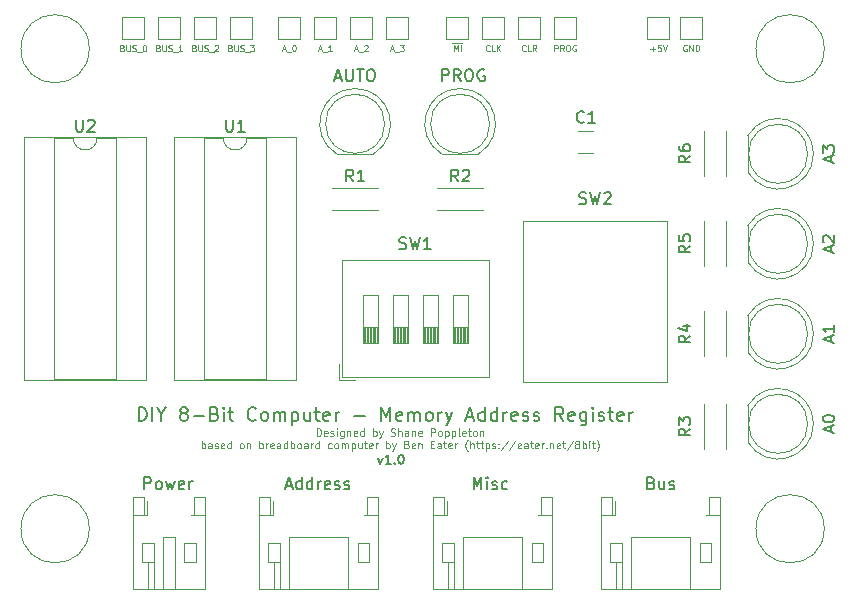
<source format=gbr>
G04 #@! TF.GenerationSoftware,KiCad,Pcbnew,(5.1.2-1)-1*
G04 #@! TF.CreationDate,2019-08-26T08:14:41+10:00*
G04 #@! TF.ProjectId,address-register,61646472-6573-4732-9d72-656769737465,rev?*
G04 #@! TF.SameCoordinates,Original*
G04 #@! TF.FileFunction,Legend,Top*
G04 #@! TF.FilePolarity,Positive*
%FSLAX46Y46*%
G04 Gerber Fmt 4.6, Leading zero omitted, Abs format (unit mm)*
G04 Created by KiCad (PCBNEW (5.1.2-1)-1) date 2019-08-26 08:14:41*
%MOMM*%
%LPD*%
G04 APERTURE LIST*
%ADD10C,0.127000*%
%ADD11C,0.101600*%
%ADD12C,0.120000*%
%ADD13C,0.100000*%
%ADD14C,0.150000*%
G04 APERTURE END LIST*
D10*
X47679428Y-56224714D02*
X47860857Y-56732714D01*
X48042285Y-56224714D01*
X48731714Y-56732714D02*
X48296285Y-56732714D01*
X48514000Y-56732714D02*
X48514000Y-55970714D01*
X48441428Y-56079571D01*
X48368857Y-56152142D01*
X48296285Y-56188428D01*
X49058285Y-56660142D02*
X49094571Y-56696428D01*
X49058285Y-56732714D01*
X49022000Y-56696428D01*
X49058285Y-56660142D01*
X49058285Y-56732714D01*
X49566285Y-55970714D02*
X49638857Y-55970714D01*
X49711428Y-56007000D01*
X49747714Y-56043285D01*
X49784000Y-56115857D01*
X49820285Y-56261000D01*
X49820285Y-56442428D01*
X49784000Y-56587571D01*
X49747714Y-56660142D01*
X49711428Y-56696428D01*
X49638857Y-56732714D01*
X49566285Y-56732714D01*
X49493714Y-56696428D01*
X49457428Y-56660142D01*
X49421142Y-56587571D01*
X49384857Y-56442428D01*
X49384857Y-56261000D01*
X49421142Y-56115857D01*
X49457428Y-56043285D01*
X49493714Y-56007000D01*
X49566285Y-55970714D01*
D11*
X42484523Y-54370211D02*
X42484523Y-53735211D01*
X42635714Y-53735211D01*
X42726428Y-53765450D01*
X42786904Y-53825926D01*
X42817142Y-53886402D01*
X42847380Y-54007354D01*
X42847380Y-54098069D01*
X42817142Y-54219021D01*
X42786904Y-54279497D01*
X42726428Y-54339973D01*
X42635714Y-54370211D01*
X42484523Y-54370211D01*
X43361428Y-54339973D02*
X43300952Y-54370211D01*
X43179999Y-54370211D01*
X43119523Y-54339973D01*
X43089285Y-54279497D01*
X43089285Y-54037592D01*
X43119523Y-53977116D01*
X43179999Y-53946878D01*
X43300952Y-53946878D01*
X43361428Y-53977116D01*
X43391666Y-54037592D01*
X43391666Y-54098069D01*
X43089285Y-54158545D01*
X43633571Y-54339973D02*
X43694047Y-54370211D01*
X43814999Y-54370211D01*
X43875476Y-54339973D01*
X43905714Y-54279497D01*
X43905714Y-54249259D01*
X43875476Y-54188783D01*
X43814999Y-54158545D01*
X43724285Y-54158545D01*
X43663809Y-54128307D01*
X43633571Y-54067830D01*
X43633571Y-54037592D01*
X43663809Y-53977116D01*
X43724285Y-53946878D01*
X43814999Y-53946878D01*
X43875476Y-53977116D01*
X44177857Y-54370211D02*
X44177857Y-53946878D01*
X44177857Y-53735211D02*
X44147619Y-53765450D01*
X44177857Y-53795688D01*
X44208095Y-53765450D01*
X44177857Y-53735211D01*
X44177857Y-53795688D01*
X44752380Y-53946878D02*
X44752380Y-54460926D01*
X44722142Y-54521402D01*
X44691904Y-54551640D01*
X44631428Y-54581878D01*
X44540714Y-54581878D01*
X44480238Y-54551640D01*
X44752380Y-54339973D02*
X44691904Y-54370211D01*
X44570952Y-54370211D01*
X44510476Y-54339973D01*
X44480238Y-54309735D01*
X44449999Y-54249259D01*
X44449999Y-54067830D01*
X44480238Y-54007354D01*
X44510476Y-53977116D01*
X44570952Y-53946878D01*
X44691904Y-53946878D01*
X44752380Y-53977116D01*
X45054761Y-53946878D02*
X45054761Y-54370211D01*
X45054761Y-54007354D02*
X45084999Y-53977116D01*
X45145476Y-53946878D01*
X45236190Y-53946878D01*
X45296666Y-53977116D01*
X45326904Y-54037592D01*
X45326904Y-54370211D01*
X45871190Y-54339973D02*
X45810714Y-54370211D01*
X45689761Y-54370211D01*
X45629285Y-54339973D01*
X45599047Y-54279497D01*
X45599047Y-54037592D01*
X45629285Y-53977116D01*
X45689761Y-53946878D01*
X45810714Y-53946878D01*
X45871190Y-53977116D01*
X45901428Y-54037592D01*
X45901428Y-54098069D01*
X45599047Y-54158545D01*
X46445714Y-54370211D02*
X46445714Y-53735211D01*
X46445714Y-54339973D02*
X46385238Y-54370211D01*
X46264285Y-54370211D01*
X46203809Y-54339973D01*
X46173571Y-54309735D01*
X46143333Y-54249259D01*
X46143333Y-54067830D01*
X46173571Y-54007354D01*
X46203809Y-53977116D01*
X46264285Y-53946878D01*
X46385238Y-53946878D01*
X46445714Y-53977116D01*
X47231904Y-54370211D02*
X47231904Y-53735211D01*
X47231904Y-53977116D02*
X47292380Y-53946878D01*
X47413333Y-53946878D01*
X47473809Y-53977116D01*
X47504047Y-54007354D01*
X47534285Y-54067830D01*
X47534285Y-54249259D01*
X47504047Y-54309735D01*
X47473809Y-54339973D01*
X47413333Y-54370211D01*
X47292380Y-54370211D01*
X47231904Y-54339973D01*
X47745952Y-53946878D02*
X47897142Y-54370211D01*
X48048333Y-53946878D02*
X47897142Y-54370211D01*
X47836666Y-54521402D01*
X47806428Y-54551640D01*
X47745952Y-54581878D01*
X48743809Y-54339973D02*
X48834523Y-54370211D01*
X48985714Y-54370211D01*
X49046190Y-54339973D01*
X49076428Y-54309735D01*
X49106666Y-54249259D01*
X49106666Y-54188783D01*
X49076428Y-54128307D01*
X49046190Y-54098069D01*
X48985714Y-54067830D01*
X48864761Y-54037592D01*
X48804285Y-54007354D01*
X48774047Y-53977116D01*
X48743809Y-53916640D01*
X48743809Y-53856164D01*
X48774047Y-53795688D01*
X48804285Y-53765450D01*
X48864761Y-53735211D01*
X49015952Y-53735211D01*
X49106666Y-53765450D01*
X49378809Y-54370211D02*
X49378809Y-53735211D01*
X49650952Y-54370211D02*
X49650952Y-54037592D01*
X49620714Y-53977116D01*
X49560238Y-53946878D01*
X49469523Y-53946878D01*
X49409047Y-53977116D01*
X49378809Y-54007354D01*
X50225476Y-54370211D02*
X50225476Y-54037592D01*
X50195238Y-53977116D01*
X50134761Y-53946878D01*
X50013809Y-53946878D01*
X49953333Y-53977116D01*
X50225476Y-54339973D02*
X50164999Y-54370211D01*
X50013809Y-54370211D01*
X49953333Y-54339973D01*
X49923095Y-54279497D01*
X49923095Y-54219021D01*
X49953333Y-54158545D01*
X50013809Y-54128307D01*
X50164999Y-54128307D01*
X50225476Y-54098069D01*
X50527857Y-53946878D02*
X50527857Y-54370211D01*
X50527857Y-54007354D02*
X50558095Y-53977116D01*
X50618571Y-53946878D01*
X50709285Y-53946878D01*
X50769761Y-53977116D01*
X50800000Y-54037592D01*
X50800000Y-54370211D01*
X51344285Y-54339973D02*
X51283809Y-54370211D01*
X51162857Y-54370211D01*
X51102380Y-54339973D01*
X51072142Y-54279497D01*
X51072142Y-54037592D01*
X51102380Y-53977116D01*
X51162857Y-53946878D01*
X51283809Y-53946878D01*
X51344285Y-53977116D01*
X51374523Y-54037592D01*
X51374523Y-54098069D01*
X51072142Y-54158545D01*
X52130476Y-54370211D02*
X52130476Y-53735211D01*
X52372380Y-53735211D01*
X52432857Y-53765450D01*
X52463095Y-53795688D01*
X52493333Y-53856164D01*
X52493333Y-53946878D01*
X52463095Y-54007354D01*
X52432857Y-54037592D01*
X52372380Y-54067830D01*
X52130476Y-54067830D01*
X52856190Y-54370211D02*
X52795714Y-54339973D01*
X52765476Y-54309735D01*
X52735238Y-54249259D01*
X52735238Y-54067830D01*
X52765476Y-54007354D01*
X52795714Y-53977116D01*
X52856190Y-53946878D01*
X52946904Y-53946878D01*
X53007380Y-53977116D01*
X53037619Y-54007354D01*
X53067857Y-54067830D01*
X53067857Y-54249259D01*
X53037619Y-54309735D01*
X53007380Y-54339973D01*
X52946904Y-54370211D01*
X52856190Y-54370211D01*
X53340000Y-53946878D02*
X53340000Y-54581878D01*
X53340000Y-53977116D02*
X53400476Y-53946878D01*
X53521428Y-53946878D01*
X53581904Y-53977116D01*
X53612142Y-54007354D01*
X53642380Y-54067830D01*
X53642380Y-54249259D01*
X53612142Y-54309735D01*
X53581904Y-54339973D01*
X53521428Y-54370211D01*
X53400476Y-54370211D01*
X53340000Y-54339973D01*
X53914523Y-53946878D02*
X53914523Y-54581878D01*
X53914523Y-53977116D02*
X53975000Y-53946878D01*
X54095952Y-53946878D01*
X54156428Y-53977116D01*
X54186666Y-54007354D01*
X54216904Y-54067830D01*
X54216904Y-54249259D01*
X54186666Y-54309735D01*
X54156428Y-54339973D01*
X54095952Y-54370211D01*
X53975000Y-54370211D01*
X53914523Y-54339973D01*
X54579761Y-54370211D02*
X54519285Y-54339973D01*
X54489047Y-54279497D01*
X54489047Y-53735211D01*
X55063571Y-54339973D02*
X55003095Y-54370211D01*
X54882142Y-54370211D01*
X54821666Y-54339973D01*
X54791428Y-54279497D01*
X54791428Y-54037592D01*
X54821666Y-53977116D01*
X54882142Y-53946878D01*
X55003095Y-53946878D01*
X55063571Y-53977116D01*
X55093809Y-54037592D01*
X55093809Y-54098069D01*
X54791428Y-54158545D01*
X55275238Y-53946878D02*
X55517142Y-53946878D01*
X55365952Y-53735211D02*
X55365952Y-54279497D01*
X55396190Y-54339973D01*
X55456666Y-54370211D01*
X55517142Y-54370211D01*
X55819523Y-54370211D02*
X55759047Y-54339973D01*
X55728809Y-54309735D01*
X55698571Y-54249259D01*
X55698571Y-54067830D01*
X55728809Y-54007354D01*
X55759047Y-53977116D01*
X55819523Y-53946878D01*
X55910238Y-53946878D01*
X55970714Y-53977116D01*
X56000952Y-54007354D01*
X56031190Y-54067830D01*
X56031190Y-54249259D01*
X56000952Y-54309735D01*
X55970714Y-54339973D01*
X55910238Y-54370211D01*
X55819523Y-54370211D01*
X56303333Y-53946878D02*
X56303333Y-54370211D01*
X56303333Y-54007354D02*
X56333571Y-53977116D01*
X56394047Y-53946878D01*
X56484761Y-53946878D01*
X56545238Y-53977116D01*
X56575476Y-54037592D01*
X56575476Y-54370211D01*
X32717619Y-55424311D02*
X32717619Y-54789311D01*
X32717619Y-55031216D02*
X32778095Y-55000978D01*
X32899047Y-55000978D01*
X32959523Y-55031216D01*
X32989761Y-55061454D01*
X33020000Y-55121930D01*
X33020000Y-55303359D01*
X32989761Y-55363835D01*
X32959523Y-55394073D01*
X32899047Y-55424311D01*
X32778095Y-55424311D01*
X32717619Y-55394073D01*
X33564285Y-55424311D02*
X33564285Y-55091692D01*
X33534047Y-55031216D01*
X33473571Y-55000978D01*
X33352619Y-55000978D01*
X33292142Y-55031216D01*
X33564285Y-55394073D02*
X33503809Y-55424311D01*
X33352619Y-55424311D01*
X33292142Y-55394073D01*
X33261904Y-55333597D01*
X33261904Y-55273121D01*
X33292142Y-55212645D01*
X33352619Y-55182407D01*
X33503809Y-55182407D01*
X33564285Y-55152169D01*
X33836428Y-55394073D02*
X33896904Y-55424311D01*
X34017857Y-55424311D01*
X34078333Y-55394073D01*
X34108571Y-55333597D01*
X34108571Y-55303359D01*
X34078333Y-55242883D01*
X34017857Y-55212645D01*
X33927142Y-55212645D01*
X33866666Y-55182407D01*
X33836428Y-55121930D01*
X33836428Y-55091692D01*
X33866666Y-55031216D01*
X33927142Y-55000978D01*
X34017857Y-55000978D01*
X34078333Y-55031216D01*
X34622619Y-55394073D02*
X34562142Y-55424311D01*
X34441190Y-55424311D01*
X34380714Y-55394073D01*
X34350476Y-55333597D01*
X34350476Y-55091692D01*
X34380714Y-55031216D01*
X34441190Y-55000978D01*
X34562142Y-55000978D01*
X34622619Y-55031216D01*
X34652857Y-55091692D01*
X34652857Y-55152169D01*
X34350476Y-55212645D01*
X35197142Y-55424311D02*
X35197142Y-54789311D01*
X35197142Y-55394073D02*
X35136666Y-55424311D01*
X35015714Y-55424311D01*
X34955238Y-55394073D01*
X34925000Y-55363835D01*
X34894761Y-55303359D01*
X34894761Y-55121930D01*
X34925000Y-55061454D01*
X34955238Y-55031216D01*
X35015714Y-55000978D01*
X35136666Y-55000978D01*
X35197142Y-55031216D01*
X36074047Y-55424311D02*
X36013571Y-55394073D01*
X35983333Y-55363835D01*
X35953095Y-55303359D01*
X35953095Y-55121930D01*
X35983333Y-55061454D01*
X36013571Y-55031216D01*
X36074047Y-55000978D01*
X36164761Y-55000978D01*
X36225238Y-55031216D01*
X36255476Y-55061454D01*
X36285714Y-55121930D01*
X36285714Y-55303359D01*
X36255476Y-55363835D01*
X36225238Y-55394073D01*
X36164761Y-55424311D01*
X36074047Y-55424311D01*
X36557857Y-55000978D02*
X36557857Y-55424311D01*
X36557857Y-55061454D02*
X36588095Y-55031216D01*
X36648571Y-55000978D01*
X36739285Y-55000978D01*
X36799761Y-55031216D01*
X36830000Y-55091692D01*
X36830000Y-55424311D01*
X37616190Y-55424311D02*
X37616190Y-54789311D01*
X37616190Y-55031216D02*
X37676666Y-55000978D01*
X37797619Y-55000978D01*
X37858095Y-55031216D01*
X37888333Y-55061454D01*
X37918571Y-55121930D01*
X37918571Y-55303359D01*
X37888333Y-55363835D01*
X37858095Y-55394073D01*
X37797619Y-55424311D01*
X37676666Y-55424311D01*
X37616190Y-55394073D01*
X38190714Y-55424311D02*
X38190714Y-55000978D01*
X38190714Y-55121930D02*
X38220952Y-55061454D01*
X38251190Y-55031216D01*
X38311666Y-55000978D01*
X38372142Y-55000978D01*
X38825714Y-55394073D02*
X38765238Y-55424311D01*
X38644285Y-55424311D01*
X38583809Y-55394073D01*
X38553571Y-55333597D01*
X38553571Y-55091692D01*
X38583809Y-55031216D01*
X38644285Y-55000978D01*
X38765238Y-55000978D01*
X38825714Y-55031216D01*
X38855952Y-55091692D01*
X38855952Y-55152169D01*
X38553571Y-55212645D01*
X39400238Y-55424311D02*
X39400238Y-55091692D01*
X39370000Y-55031216D01*
X39309523Y-55000978D01*
X39188571Y-55000978D01*
X39128095Y-55031216D01*
X39400238Y-55394073D02*
X39339761Y-55424311D01*
X39188571Y-55424311D01*
X39128095Y-55394073D01*
X39097857Y-55333597D01*
X39097857Y-55273121D01*
X39128095Y-55212645D01*
X39188571Y-55182407D01*
X39339761Y-55182407D01*
X39400238Y-55152169D01*
X39974761Y-55424311D02*
X39974761Y-54789311D01*
X39974761Y-55394073D02*
X39914285Y-55424311D01*
X39793333Y-55424311D01*
X39732857Y-55394073D01*
X39702619Y-55363835D01*
X39672380Y-55303359D01*
X39672380Y-55121930D01*
X39702619Y-55061454D01*
X39732857Y-55031216D01*
X39793333Y-55000978D01*
X39914285Y-55000978D01*
X39974761Y-55031216D01*
X40277142Y-55424311D02*
X40277142Y-54789311D01*
X40277142Y-55031216D02*
X40337619Y-55000978D01*
X40458571Y-55000978D01*
X40519047Y-55031216D01*
X40549285Y-55061454D01*
X40579523Y-55121930D01*
X40579523Y-55303359D01*
X40549285Y-55363835D01*
X40519047Y-55394073D01*
X40458571Y-55424311D01*
X40337619Y-55424311D01*
X40277142Y-55394073D01*
X40942380Y-55424311D02*
X40881904Y-55394073D01*
X40851666Y-55363835D01*
X40821428Y-55303359D01*
X40821428Y-55121930D01*
X40851666Y-55061454D01*
X40881904Y-55031216D01*
X40942380Y-55000978D01*
X41033095Y-55000978D01*
X41093571Y-55031216D01*
X41123809Y-55061454D01*
X41154047Y-55121930D01*
X41154047Y-55303359D01*
X41123809Y-55363835D01*
X41093571Y-55394073D01*
X41033095Y-55424311D01*
X40942380Y-55424311D01*
X41698333Y-55424311D02*
X41698333Y-55091692D01*
X41668095Y-55031216D01*
X41607619Y-55000978D01*
X41486666Y-55000978D01*
X41426190Y-55031216D01*
X41698333Y-55394073D02*
X41637857Y-55424311D01*
X41486666Y-55424311D01*
X41426190Y-55394073D01*
X41395952Y-55333597D01*
X41395952Y-55273121D01*
X41426190Y-55212645D01*
X41486666Y-55182407D01*
X41637857Y-55182407D01*
X41698333Y-55152169D01*
X42000714Y-55424311D02*
X42000714Y-55000978D01*
X42000714Y-55121930D02*
X42030952Y-55061454D01*
X42061190Y-55031216D01*
X42121666Y-55000978D01*
X42182142Y-55000978D01*
X42665952Y-55424311D02*
X42665952Y-54789311D01*
X42665952Y-55394073D02*
X42605476Y-55424311D01*
X42484523Y-55424311D01*
X42424047Y-55394073D01*
X42393809Y-55363835D01*
X42363571Y-55303359D01*
X42363571Y-55121930D01*
X42393809Y-55061454D01*
X42424047Y-55031216D01*
X42484523Y-55000978D01*
X42605476Y-55000978D01*
X42665952Y-55031216D01*
X43724285Y-55394073D02*
X43663809Y-55424311D01*
X43542857Y-55424311D01*
X43482380Y-55394073D01*
X43452142Y-55363835D01*
X43421904Y-55303359D01*
X43421904Y-55121930D01*
X43452142Y-55061454D01*
X43482380Y-55031216D01*
X43542857Y-55000978D01*
X43663809Y-55000978D01*
X43724285Y-55031216D01*
X44087142Y-55424311D02*
X44026666Y-55394073D01*
X43996428Y-55363835D01*
X43966190Y-55303359D01*
X43966190Y-55121930D01*
X43996428Y-55061454D01*
X44026666Y-55031216D01*
X44087142Y-55000978D01*
X44177857Y-55000978D01*
X44238333Y-55031216D01*
X44268571Y-55061454D01*
X44298809Y-55121930D01*
X44298809Y-55303359D01*
X44268571Y-55363835D01*
X44238333Y-55394073D01*
X44177857Y-55424311D01*
X44087142Y-55424311D01*
X44570952Y-55424311D02*
X44570952Y-55000978D01*
X44570952Y-55061454D02*
X44601190Y-55031216D01*
X44661666Y-55000978D01*
X44752380Y-55000978D01*
X44812857Y-55031216D01*
X44843095Y-55091692D01*
X44843095Y-55424311D01*
X44843095Y-55091692D02*
X44873333Y-55031216D01*
X44933809Y-55000978D01*
X45024523Y-55000978D01*
X45085000Y-55031216D01*
X45115238Y-55091692D01*
X45115238Y-55424311D01*
X45417619Y-55000978D02*
X45417619Y-55635978D01*
X45417619Y-55031216D02*
X45478095Y-55000978D01*
X45599047Y-55000978D01*
X45659523Y-55031216D01*
X45689761Y-55061454D01*
X45720000Y-55121930D01*
X45720000Y-55303359D01*
X45689761Y-55363835D01*
X45659523Y-55394073D01*
X45599047Y-55424311D01*
X45478095Y-55424311D01*
X45417619Y-55394073D01*
X46264285Y-55000978D02*
X46264285Y-55424311D01*
X45992142Y-55000978D02*
X45992142Y-55333597D01*
X46022380Y-55394073D01*
X46082857Y-55424311D01*
X46173571Y-55424311D01*
X46234047Y-55394073D01*
X46264285Y-55363835D01*
X46475952Y-55000978D02*
X46717857Y-55000978D01*
X46566666Y-54789311D02*
X46566666Y-55333597D01*
X46596904Y-55394073D01*
X46657380Y-55424311D01*
X46717857Y-55424311D01*
X47171428Y-55394073D02*
X47110952Y-55424311D01*
X46990000Y-55424311D01*
X46929523Y-55394073D01*
X46899285Y-55333597D01*
X46899285Y-55091692D01*
X46929523Y-55031216D01*
X46990000Y-55000978D01*
X47110952Y-55000978D01*
X47171428Y-55031216D01*
X47201666Y-55091692D01*
X47201666Y-55152169D01*
X46899285Y-55212645D01*
X47473809Y-55424311D02*
X47473809Y-55000978D01*
X47473809Y-55121930D02*
X47504047Y-55061454D01*
X47534285Y-55031216D01*
X47594761Y-55000978D01*
X47655238Y-55000978D01*
X48350714Y-55424311D02*
X48350714Y-54789311D01*
X48350714Y-55031216D02*
X48411190Y-55000978D01*
X48532142Y-55000978D01*
X48592619Y-55031216D01*
X48622857Y-55061454D01*
X48653095Y-55121930D01*
X48653095Y-55303359D01*
X48622857Y-55363835D01*
X48592619Y-55394073D01*
X48532142Y-55424311D01*
X48411190Y-55424311D01*
X48350714Y-55394073D01*
X48864761Y-55000978D02*
X49015952Y-55424311D01*
X49167142Y-55000978D02*
X49015952Y-55424311D01*
X48955476Y-55575502D01*
X48925238Y-55605740D01*
X48864761Y-55635978D01*
X50104523Y-55091692D02*
X50195238Y-55121930D01*
X50225476Y-55152169D01*
X50255714Y-55212645D01*
X50255714Y-55303359D01*
X50225476Y-55363835D01*
X50195238Y-55394073D01*
X50134761Y-55424311D01*
X49892857Y-55424311D01*
X49892857Y-54789311D01*
X50104523Y-54789311D01*
X50165000Y-54819550D01*
X50195238Y-54849788D01*
X50225476Y-54910264D01*
X50225476Y-54970740D01*
X50195238Y-55031216D01*
X50165000Y-55061454D01*
X50104523Y-55091692D01*
X49892857Y-55091692D01*
X50769761Y-55394073D02*
X50709285Y-55424311D01*
X50588333Y-55424311D01*
X50527857Y-55394073D01*
X50497619Y-55333597D01*
X50497619Y-55091692D01*
X50527857Y-55031216D01*
X50588333Y-55000978D01*
X50709285Y-55000978D01*
X50769761Y-55031216D01*
X50800000Y-55091692D01*
X50800000Y-55152169D01*
X50497619Y-55212645D01*
X51072142Y-55000978D02*
X51072142Y-55424311D01*
X51072142Y-55061454D02*
X51102380Y-55031216D01*
X51162857Y-55000978D01*
X51253571Y-55000978D01*
X51314047Y-55031216D01*
X51344285Y-55091692D01*
X51344285Y-55424311D01*
X52130476Y-55091692D02*
X52342142Y-55091692D01*
X52432857Y-55424311D02*
X52130476Y-55424311D01*
X52130476Y-54789311D01*
X52432857Y-54789311D01*
X52977142Y-55424311D02*
X52977142Y-55091692D01*
X52946904Y-55031216D01*
X52886428Y-55000978D01*
X52765476Y-55000978D01*
X52705000Y-55031216D01*
X52977142Y-55394073D02*
X52916666Y-55424311D01*
X52765476Y-55424311D01*
X52705000Y-55394073D01*
X52674761Y-55333597D01*
X52674761Y-55273121D01*
X52705000Y-55212645D01*
X52765476Y-55182407D01*
X52916666Y-55182407D01*
X52977142Y-55152169D01*
X53188809Y-55000978D02*
X53430714Y-55000978D01*
X53279523Y-54789311D02*
X53279523Y-55333597D01*
X53309761Y-55394073D01*
X53370238Y-55424311D01*
X53430714Y-55424311D01*
X53884285Y-55394073D02*
X53823809Y-55424311D01*
X53702857Y-55424311D01*
X53642380Y-55394073D01*
X53612142Y-55333597D01*
X53612142Y-55091692D01*
X53642380Y-55031216D01*
X53702857Y-55000978D01*
X53823809Y-55000978D01*
X53884285Y-55031216D01*
X53914523Y-55091692D01*
X53914523Y-55152169D01*
X53612142Y-55212645D01*
X54186666Y-55424311D02*
X54186666Y-55000978D01*
X54186666Y-55121930D02*
X54216904Y-55061454D01*
X54247142Y-55031216D01*
X54307619Y-55000978D01*
X54368095Y-55000978D01*
X55245000Y-55666216D02*
X55214761Y-55635978D01*
X55154285Y-55545264D01*
X55124047Y-55484788D01*
X55093809Y-55394073D01*
X55063571Y-55242883D01*
X55063571Y-55121930D01*
X55093809Y-54970740D01*
X55124047Y-54880026D01*
X55154285Y-54819550D01*
X55214761Y-54728835D01*
X55245000Y-54698597D01*
X55486904Y-55424311D02*
X55486904Y-54789311D01*
X55759047Y-55424311D02*
X55759047Y-55091692D01*
X55728809Y-55031216D01*
X55668333Y-55000978D01*
X55577619Y-55000978D01*
X55517142Y-55031216D01*
X55486904Y-55061454D01*
X55970714Y-55000978D02*
X56212619Y-55000978D01*
X56061428Y-54789311D02*
X56061428Y-55333597D01*
X56091666Y-55394073D01*
X56152142Y-55424311D01*
X56212619Y-55424311D01*
X56333571Y-55000978D02*
X56575476Y-55000978D01*
X56424285Y-54789311D02*
X56424285Y-55333597D01*
X56454523Y-55394073D01*
X56515000Y-55424311D01*
X56575476Y-55424311D01*
X56787142Y-55000978D02*
X56787142Y-55635978D01*
X56787142Y-55031216D02*
X56847619Y-55000978D01*
X56968571Y-55000978D01*
X57029047Y-55031216D01*
X57059285Y-55061454D01*
X57089523Y-55121930D01*
X57089523Y-55303359D01*
X57059285Y-55363835D01*
X57029047Y-55394073D01*
X56968571Y-55424311D01*
X56847619Y-55424311D01*
X56787142Y-55394073D01*
X57331428Y-55394073D02*
X57391904Y-55424311D01*
X57512857Y-55424311D01*
X57573333Y-55394073D01*
X57603571Y-55333597D01*
X57603571Y-55303359D01*
X57573333Y-55242883D01*
X57512857Y-55212645D01*
X57422142Y-55212645D01*
X57361666Y-55182407D01*
X57331428Y-55121930D01*
X57331428Y-55091692D01*
X57361666Y-55031216D01*
X57422142Y-55000978D01*
X57512857Y-55000978D01*
X57573333Y-55031216D01*
X57875714Y-55363835D02*
X57905952Y-55394073D01*
X57875714Y-55424311D01*
X57845476Y-55394073D01*
X57875714Y-55363835D01*
X57875714Y-55424311D01*
X57875714Y-55031216D02*
X57905952Y-55061454D01*
X57875714Y-55091692D01*
X57845476Y-55061454D01*
X57875714Y-55031216D01*
X57875714Y-55091692D01*
X58631666Y-54759073D02*
X58087380Y-55575502D01*
X59296904Y-54759073D02*
X58752619Y-55575502D01*
X59750476Y-55394073D02*
X59690000Y-55424311D01*
X59569047Y-55424311D01*
X59508571Y-55394073D01*
X59478333Y-55333597D01*
X59478333Y-55091692D01*
X59508571Y-55031216D01*
X59569047Y-55000978D01*
X59690000Y-55000978D01*
X59750476Y-55031216D01*
X59780714Y-55091692D01*
X59780714Y-55152169D01*
X59478333Y-55212645D01*
X60325000Y-55424311D02*
X60325000Y-55091692D01*
X60294761Y-55031216D01*
X60234285Y-55000978D01*
X60113333Y-55000978D01*
X60052857Y-55031216D01*
X60325000Y-55394073D02*
X60264523Y-55424311D01*
X60113333Y-55424311D01*
X60052857Y-55394073D01*
X60022619Y-55333597D01*
X60022619Y-55273121D01*
X60052857Y-55212645D01*
X60113333Y-55182407D01*
X60264523Y-55182407D01*
X60325000Y-55152169D01*
X60536666Y-55000978D02*
X60778571Y-55000978D01*
X60627380Y-54789311D02*
X60627380Y-55333597D01*
X60657619Y-55394073D01*
X60718095Y-55424311D01*
X60778571Y-55424311D01*
X61232142Y-55394073D02*
X61171666Y-55424311D01*
X61050714Y-55424311D01*
X60990238Y-55394073D01*
X60960000Y-55333597D01*
X60960000Y-55091692D01*
X60990238Y-55031216D01*
X61050714Y-55000978D01*
X61171666Y-55000978D01*
X61232142Y-55031216D01*
X61262380Y-55091692D01*
X61262380Y-55152169D01*
X60960000Y-55212645D01*
X61534523Y-55424311D02*
X61534523Y-55000978D01*
X61534523Y-55121930D02*
X61564761Y-55061454D01*
X61595000Y-55031216D01*
X61655476Y-55000978D01*
X61715952Y-55000978D01*
X61927619Y-55363835D02*
X61957857Y-55394073D01*
X61927619Y-55424311D01*
X61897380Y-55394073D01*
X61927619Y-55363835D01*
X61927619Y-55424311D01*
X62230000Y-55000978D02*
X62230000Y-55424311D01*
X62230000Y-55061454D02*
X62260238Y-55031216D01*
X62320714Y-55000978D01*
X62411428Y-55000978D01*
X62471904Y-55031216D01*
X62502142Y-55091692D01*
X62502142Y-55424311D01*
X63046428Y-55394073D02*
X62985952Y-55424311D01*
X62865000Y-55424311D01*
X62804523Y-55394073D01*
X62774285Y-55333597D01*
X62774285Y-55091692D01*
X62804523Y-55031216D01*
X62865000Y-55000978D01*
X62985952Y-55000978D01*
X63046428Y-55031216D01*
X63076666Y-55091692D01*
X63076666Y-55152169D01*
X62774285Y-55212645D01*
X63258095Y-55000978D02*
X63499999Y-55000978D01*
X63348809Y-54789311D02*
X63348809Y-55333597D01*
X63379047Y-55394073D01*
X63439523Y-55424311D01*
X63499999Y-55424311D01*
X64165238Y-54759073D02*
X63620952Y-55575502D01*
X64467619Y-55061454D02*
X64407142Y-55031216D01*
X64376904Y-55000978D01*
X64346666Y-54940502D01*
X64346666Y-54910264D01*
X64376904Y-54849788D01*
X64407142Y-54819550D01*
X64467619Y-54789311D01*
X64588571Y-54789311D01*
X64649047Y-54819550D01*
X64679285Y-54849788D01*
X64709523Y-54910264D01*
X64709523Y-54940502D01*
X64679285Y-55000978D01*
X64649047Y-55031216D01*
X64588571Y-55061454D01*
X64467619Y-55061454D01*
X64407142Y-55091692D01*
X64376904Y-55121930D01*
X64346666Y-55182407D01*
X64346666Y-55303359D01*
X64376904Y-55363835D01*
X64407142Y-55394073D01*
X64467619Y-55424311D01*
X64588571Y-55424311D01*
X64649047Y-55394073D01*
X64679285Y-55363835D01*
X64709523Y-55303359D01*
X64709523Y-55182407D01*
X64679285Y-55121930D01*
X64649047Y-55091692D01*
X64588571Y-55061454D01*
X64981666Y-55424311D02*
X64981666Y-54789311D01*
X64981666Y-55031216D02*
X65042142Y-55000978D01*
X65163095Y-55000978D01*
X65223571Y-55031216D01*
X65253809Y-55061454D01*
X65284047Y-55121930D01*
X65284047Y-55303359D01*
X65253809Y-55363835D01*
X65223571Y-55394073D01*
X65163095Y-55424311D01*
X65042142Y-55424311D01*
X64981666Y-55394073D01*
X65556190Y-55424311D02*
X65556190Y-55000978D01*
X65556190Y-54789311D02*
X65525952Y-54819550D01*
X65556190Y-54849788D01*
X65586428Y-54819550D01*
X65556190Y-54789311D01*
X65556190Y-54849788D01*
X65767857Y-55000978D02*
X66009761Y-55000978D01*
X65858571Y-54789311D02*
X65858571Y-55333597D01*
X65888809Y-55394073D01*
X65949285Y-55424311D01*
X66009761Y-55424311D01*
X66160952Y-55666216D02*
X66191190Y-55635978D01*
X66251666Y-55545264D01*
X66281904Y-55484788D01*
X66312142Y-55394073D01*
X66342380Y-55242883D01*
X66342380Y-55121930D01*
X66312142Y-54970740D01*
X66281904Y-54880026D01*
X66251666Y-54819550D01*
X66191190Y-54728835D01*
X66160952Y-54698597D01*
D10*
X27413857Y-53095071D02*
X27413857Y-51952071D01*
X27685999Y-51952071D01*
X27849285Y-52006500D01*
X27958142Y-52115357D01*
X28012571Y-52224214D01*
X28066999Y-52441928D01*
X28066999Y-52605214D01*
X28012571Y-52822928D01*
X27958142Y-52931785D01*
X27849285Y-53040642D01*
X27685999Y-53095071D01*
X27413857Y-53095071D01*
X28556857Y-53095071D02*
X28556857Y-51952071D01*
X29318857Y-52550785D02*
X29318857Y-53095071D01*
X28937857Y-51952071D02*
X29318857Y-52550785D01*
X29699857Y-51952071D01*
X31114999Y-52441928D02*
X31006142Y-52387500D01*
X30951714Y-52333071D01*
X30897285Y-52224214D01*
X30897285Y-52169785D01*
X30951714Y-52060928D01*
X31006142Y-52006500D01*
X31114999Y-51952071D01*
X31332714Y-51952071D01*
X31441571Y-52006500D01*
X31496000Y-52060928D01*
X31550428Y-52169785D01*
X31550428Y-52224214D01*
X31496000Y-52333071D01*
X31441571Y-52387500D01*
X31332714Y-52441928D01*
X31114999Y-52441928D01*
X31006142Y-52496357D01*
X30951714Y-52550785D01*
X30897285Y-52659642D01*
X30897285Y-52877357D01*
X30951714Y-52986214D01*
X31006142Y-53040642D01*
X31114999Y-53095071D01*
X31332714Y-53095071D01*
X31441571Y-53040642D01*
X31496000Y-52986214D01*
X31550428Y-52877357D01*
X31550428Y-52659642D01*
X31496000Y-52550785D01*
X31441571Y-52496357D01*
X31332714Y-52441928D01*
X32040285Y-52659642D02*
X32911142Y-52659642D01*
X33836428Y-52496357D02*
X33999714Y-52550785D01*
X34054142Y-52605214D01*
X34108571Y-52714071D01*
X34108571Y-52877357D01*
X34054142Y-52986214D01*
X33999714Y-53040642D01*
X33890857Y-53095071D01*
X33455428Y-53095071D01*
X33455428Y-51952071D01*
X33836428Y-51952071D01*
X33945285Y-52006500D01*
X33999714Y-52060928D01*
X34054142Y-52169785D01*
X34054142Y-52278642D01*
X33999714Y-52387500D01*
X33945285Y-52441928D01*
X33836428Y-52496357D01*
X33455428Y-52496357D01*
X34598428Y-53095071D02*
X34598428Y-52333071D01*
X34598428Y-51952071D02*
X34544000Y-52006500D01*
X34598428Y-52060928D01*
X34652857Y-52006500D01*
X34598428Y-51952071D01*
X34598428Y-52060928D01*
X34979428Y-52333071D02*
X35414857Y-52333071D01*
X35142714Y-51952071D02*
X35142714Y-52931785D01*
X35197142Y-53040642D01*
X35306000Y-53095071D01*
X35414857Y-53095071D01*
X37319857Y-52986214D02*
X37265428Y-53040642D01*
X37102142Y-53095071D01*
X36993285Y-53095071D01*
X36830000Y-53040642D01*
X36721142Y-52931785D01*
X36666714Y-52822928D01*
X36612285Y-52605214D01*
X36612285Y-52441928D01*
X36666714Y-52224214D01*
X36721142Y-52115357D01*
X36830000Y-52006500D01*
X36993285Y-51952071D01*
X37102142Y-51952071D01*
X37265428Y-52006500D01*
X37319857Y-52060928D01*
X37973000Y-53095071D02*
X37864142Y-53040642D01*
X37809714Y-52986214D01*
X37755285Y-52877357D01*
X37755285Y-52550785D01*
X37809714Y-52441928D01*
X37864142Y-52387500D01*
X37973000Y-52333071D01*
X38136285Y-52333071D01*
X38245142Y-52387500D01*
X38299571Y-52441928D01*
X38354000Y-52550785D01*
X38354000Y-52877357D01*
X38299571Y-52986214D01*
X38245142Y-53040642D01*
X38136285Y-53095071D01*
X37973000Y-53095071D01*
X38843857Y-53095071D02*
X38843857Y-52333071D01*
X38843857Y-52441928D02*
X38898285Y-52387500D01*
X39007142Y-52333071D01*
X39170428Y-52333071D01*
X39279285Y-52387500D01*
X39333714Y-52496357D01*
X39333714Y-53095071D01*
X39333714Y-52496357D02*
X39388142Y-52387500D01*
X39497000Y-52333071D01*
X39660285Y-52333071D01*
X39769142Y-52387500D01*
X39823571Y-52496357D01*
X39823571Y-53095071D01*
X40367857Y-52333071D02*
X40367857Y-53476071D01*
X40367857Y-52387500D02*
X40476714Y-52333071D01*
X40694428Y-52333071D01*
X40803285Y-52387500D01*
X40857714Y-52441928D01*
X40912142Y-52550785D01*
X40912142Y-52877357D01*
X40857714Y-52986214D01*
X40803285Y-53040642D01*
X40694428Y-53095071D01*
X40476714Y-53095071D01*
X40367857Y-53040642D01*
X41891857Y-52333071D02*
X41891857Y-53095071D01*
X41402000Y-52333071D02*
X41402000Y-52931785D01*
X41456428Y-53040642D01*
X41565285Y-53095071D01*
X41728571Y-53095071D01*
X41837428Y-53040642D01*
X41891857Y-52986214D01*
X42272857Y-52333071D02*
X42708285Y-52333071D01*
X42436142Y-51952071D02*
X42436142Y-52931785D01*
X42490571Y-53040642D01*
X42599428Y-53095071D01*
X42708285Y-53095071D01*
X43524714Y-53040642D02*
X43415857Y-53095071D01*
X43198142Y-53095071D01*
X43089285Y-53040642D01*
X43034857Y-52931785D01*
X43034857Y-52496357D01*
X43089285Y-52387500D01*
X43198142Y-52333071D01*
X43415857Y-52333071D01*
X43524714Y-52387500D01*
X43579142Y-52496357D01*
X43579142Y-52605214D01*
X43034857Y-52714071D01*
X44069000Y-53095071D02*
X44069000Y-52333071D01*
X44069000Y-52550785D02*
X44123428Y-52441928D01*
X44177857Y-52387500D01*
X44286714Y-52333071D01*
X44395571Y-52333071D01*
X45647428Y-52659642D02*
X46518285Y-52659642D01*
X47933428Y-53095071D02*
X47933428Y-51952071D01*
X48314428Y-52768500D01*
X48695428Y-51952071D01*
X48695428Y-53095071D01*
X49675142Y-53040642D02*
X49566285Y-53095071D01*
X49348571Y-53095071D01*
X49239714Y-53040642D01*
X49185285Y-52931785D01*
X49185285Y-52496357D01*
X49239714Y-52387500D01*
X49348571Y-52333071D01*
X49566285Y-52333071D01*
X49675142Y-52387500D01*
X49729571Y-52496357D01*
X49729571Y-52605214D01*
X49185285Y-52714071D01*
X50219428Y-53095071D02*
X50219428Y-52333071D01*
X50219428Y-52441928D02*
X50273857Y-52387500D01*
X50382714Y-52333071D01*
X50546000Y-52333071D01*
X50654857Y-52387500D01*
X50709285Y-52496357D01*
X50709285Y-53095071D01*
X50709285Y-52496357D02*
X50763714Y-52387500D01*
X50872571Y-52333071D01*
X51035857Y-52333071D01*
X51144714Y-52387500D01*
X51199142Y-52496357D01*
X51199142Y-53095071D01*
X51906714Y-53095071D02*
X51797857Y-53040642D01*
X51743428Y-52986214D01*
X51689000Y-52877357D01*
X51689000Y-52550785D01*
X51743428Y-52441928D01*
X51797857Y-52387500D01*
X51906714Y-52333071D01*
X52070000Y-52333071D01*
X52178857Y-52387500D01*
X52233285Y-52441928D01*
X52287714Y-52550785D01*
X52287714Y-52877357D01*
X52233285Y-52986214D01*
X52178857Y-53040642D01*
X52070000Y-53095071D01*
X51906714Y-53095071D01*
X52777571Y-53095071D02*
X52777571Y-52333071D01*
X52777571Y-52550785D02*
X52832000Y-52441928D01*
X52886428Y-52387500D01*
X52995285Y-52333071D01*
X53104142Y-52333071D01*
X53376285Y-52333071D02*
X53648428Y-53095071D01*
X53920571Y-52333071D02*
X53648428Y-53095071D01*
X53539571Y-53367214D01*
X53485142Y-53421642D01*
X53376285Y-53476071D01*
X55172428Y-52768500D02*
X55716714Y-52768500D01*
X55063571Y-53095071D02*
X55444571Y-51952071D01*
X55825571Y-53095071D01*
X56696428Y-53095071D02*
X56696428Y-51952071D01*
X56696428Y-53040642D02*
X56587571Y-53095071D01*
X56369857Y-53095071D01*
X56261000Y-53040642D01*
X56206571Y-52986214D01*
X56152142Y-52877357D01*
X56152142Y-52550785D01*
X56206571Y-52441928D01*
X56261000Y-52387500D01*
X56369857Y-52333071D01*
X56587571Y-52333071D01*
X56696428Y-52387500D01*
X57730571Y-53095071D02*
X57730571Y-51952071D01*
X57730571Y-53040642D02*
X57621714Y-53095071D01*
X57404000Y-53095071D01*
X57295142Y-53040642D01*
X57240714Y-52986214D01*
X57186285Y-52877357D01*
X57186285Y-52550785D01*
X57240714Y-52441928D01*
X57295142Y-52387500D01*
X57404000Y-52333071D01*
X57621714Y-52333071D01*
X57730571Y-52387500D01*
X58274857Y-53095071D02*
X58274857Y-52333071D01*
X58274857Y-52550785D02*
X58329285Y-52441928D01*
X58383714Y-52387500D01*
X58492571Y-52333071D01*
X58601428Y-52333071D01*
X59417857Y-53040642D02*
X59309000Y-53095071D01*
X59091285Y-53095071D01*
X58982428Y-53040642D01*
X58928000Y-52931785D01*
X58928000Y-52496357D01*
X58982428Y-52387500D01*
X59091285Y-52333071D01*
X59309000Y-52333071D01*
X59417857Y-52387500D01*
X59472285Y-52496357D01*
X59472285Y-52605214D01*
X58928000Y-52714071D01*
X59907714Y-53040642D02*
X60016571Y-53095071D01*
X60234285Y-53095071D01*
X60343142Y-53040642D01*
X60397571Y-52931785D01*
X60397571Y-52877357D01*
X60343142Y-52768500D01*
X60234285Y-52714071D01*
X60071000Y-52714071D01*
X59962142Y-52659642D01*
X59907714Y-52550785D01*
X59907714Y-52496357D01*
X59962142Y-52387500D01*
X60071000Y-52333071D01*
X60234285Y-52333071D01*
X60343142Y-52387500D01*
X60833000Y-53040642D02*
X60941857Y-53095071D01*
X61159571Y-53095071D01*
X61268428Y-53040642D01*
X61322857Y-52931785D01*
X61322857Y-52877357D01*
X61268428Y-52768500D01*
X61159571Y-52714071D01*
X60996285Y-52714071D01*
X60887428Y-52659642D01*
X60833000Y-52550785D01*
X60833000Y-52496357D01*
X60887428Y-52387500D01*
X60996285Y-52333071D01*
X61159571Y-52333071D01*
X61268428Y-52387500D01*
X63336714Y-53095071D02*
X62955714Y-52550785D01*
X62683571Y-53095071D02*
X62683571Y-51952071D01*
X63118999Y-51952071D01*
X63227857Y-52006500D01*
X63282285Y-52060928D01*
X63336714Y-52169785D01*
X63336714Y-52333071D01*
X63282285Y-52441928D01*
X63227857Y-52496357D01*
X63118999Y-52550785D01*
X62683571Y-52550785D01*
X64261999Y-53040642D02*
X64153142Y-53095071D01*
X63935428Y-53095071D01*
X63826571Y-53040642D01*
X63772142Y-52931785D01*
X63772142Y-52496357D01*
X63826571Y-52387500D01*
X63935428Y-52333071D01*
X64153142Y-52333071D01*
X64261999Y-52387500D01*
X64316428Y-52496357D01*
X64316428Y-52605214D01*
X63772142Y-52714071D01*
X65296142Y-52333071D02*
X65296142Y-53258357D01*
X65241714Y-53367214D01*
X65187285Y-53421642D01*
X65078428Y-53476071D01*
X64915142Y-53476071D01*
X64806285Y-53421642D01*
X65296142Y-53040642D02*
X65187285Y-53095071D01*
X64969571Y-53095071D01*
X64860714Y-53040642D01*
X64806285Y-52986214D01*
X64751857Y-52877357D01*
X64751857Y-52550785D01*
X64806285Y-52441928D01*
X64860714Y-52387500D01*
X64969571Y-52333071D01*
X65187285Y-52333071D01*
X65296142Y-52387500D01*
X65840428Y-53095071D02*
X65840428Y-52333071D01*
X65840428Y-51952071D02*
X65785999Y-52006500D01*
X65840428Y-52060928D01*
X65894857Y-52006500D01*
X65840428Y-51952071D01*
X65840428Y-52060928D01*
X66330285Y-53040642D02*
X66439142Y-53095071D01*
X66656857Y-53095071D01*
X66765714Y-53040642D01*
X66820142Y-52931785D01*
X66820142Y-52877357D01*
X66765714Y-52768500D01*
X66656857Y-52714071D01*
X66493571Y-52714071D01*
X66384714Y-52659642D01*
X66330285Y-52550785D01*
X66330285Y-52496357D01*
X66384714Y-52387500D01*
X66493571Y-52333071D01*
X66656857Y-52333071D01*
X66765714Y-52387500D01*
X67146714Y-52333071D02*
X67582142Y-52333071D01*
X67310000Y-51952071D02*
X67310000Y-52931785D01*
X67364428Y-53040642D01*
X67473285Y-53095071D01*
X67582142Y-53095071D01*
X68398571Y-53040642D02*
X68289714Y-53095071D01*
X68072000Y-53095071D01*
X67963142Y-53040642D01*
X67908714Y-52931785D01*
X67908714Y-52496357D01*
X67963142Y-52387500D01*
X68072000Y-52333071D01*
X68289714Y-52333071D01*
X68398571Y-52387500D01*
X68453000Y-52496357D01*
X68453000Y-52605214D01*
X67908714Y-52714071D01*
X68942857Y-53095071D02*
X68942857Y-52333071D01*
X68942857Y-52550785D02*
X68997285Y-52441928D01*
X69051714Y-52387500D01*
X69160571Y-52333071D01*
X69269428Y-52333071D01*
D12*
X28000000Y-29090000D02*
X17720000Y-29090000D01*
X28000000Y-49650000D02*
X28000000Y-29090000D01*
X17720000Y-49650000D02*
X28000000Y-49650000D01*
X17720000Y-29090000D02*
X17720000Y-49650000D01*
X25510000Y-29150000D02*
X23860000Y-29150000D01*
X25510000Y-49590000D02*
X25510000Y-29150000D01*
X20210000Y-49590000D02*
X25510000Y-49590000D01*
X20210000Y-29150000D02*
X20210000Y-49590000D01*
X21860000Y-29150000D02*
X20210000Y-29150000D01*
X23860000Y-29150000D02*
G75*
G02X21860000Y-29150000I-1000000J0D01*
G01*
X38764000Y-61100000D02*
X38764000Y-59885000D01*
X38824000Y-65060000D02*
X38824000Y-67320000D01*
X39324000Y-65060000D02*
X39324000Y-67320000D01*
X45924000Y-63460000D02*
X46924000Y-63460000D01*
X45924000Y-65060000D02*
X45924000Y-63460000D01*
X46924000Y-65060000D02*
X45924000Y-65060000D01*
X46924000Y-63460000D02*
X46924000Y-65060000D01*
X39324000Y-63460000D02*
X38324000Y-63460000D01*
X39324000Y-65060000D02*
X39324000Y-63460000D01*
X38324000Y-65060000D02*
X39324000Y-65060000D01*
X38324000Y-63460000D02*
X38324000Y-65060000D01*
X47684000Y-61100000D02*
X46764000Y-61100000D01*
X37564000Y-61100000D02*
X38484000Y-61100000D01*
X45124000Y-62960000D02*
X45124000Y-67320000D01*
X40124000Y-62960000D02*
X45124000Y-62960000D01*
X40124000Y-67320000D02*
X40124000Y-62960000D01*
X46764000Y-61100000D02*
X46484000Y-61100000D01*
X46764000Y-59500000D02*
X46764000Y-61100000D01*
X47684000Y-59500000D02*
X46764000Y-59500000D01*
X47684000Y-67320000D02*
X47684000Y-59500000D01*
X37564000Y-67320000D02*
X47684000Y-67320000D01*
X37564000Y-59500000D02*
X37564000Y-67320000D01*
X38484000Y-59500000D02*
X37564000Y-59500000D01*
X38484000Y-61100000D02*
X38484000Y-59500000D01*
X38764000Y-61100000D02*
X38484000Y-61100000D01*
X53496000Y-61100000D02*
X53496000Y-59885000D01*
X53556000Y-65060000D02*
X53556000Y-67320000D01*
X54056000Y-65060000D02*
X54056000Y-67320000D01*
X60656000Y-63460000D02*
X61656000Y-63460000D01*
X60656000Y-65060000D02*
X60656000Y-63460000D01*
X61656000Y-65060000D02*
X60656000Y-65060000D01*
X61656000Y-63460000D02*
X61656000Y-65060000D01*
X54056000Y-63460000D02*
X53056000Y-63460000D01*
X54056000Y-65060000D02*
X54056000Y-63460000D01*
X53056000Y-65060000D02*
X54056000Y-65060000D01*
X53056000Y-63460000D02*
X53056000Y-65060000D01*
X62416000Y-61100000D02*
X61496000Y-61100000D01*
X52296000Y-61100000D02*
X53216000Y-61100000D01*
X59856000Y-62960000D02*
X59856000Y-67320000D01*
X54856000Y-62960000D02*
X59856000Y-62960000D01*
X54856000Y-67320000D02*
X54856000Y-62960000D01*
X61496000Y-61100000D02*
X61216000Y-61100000D01*
X61496000Y-59500000D02*
X61496000Y-61100000D01*
X62416000Y-59500000D02*
X61496000Y-59500000D01*
X62416000Y-67320000D02*
X62416000Y-59500000D01*
X52296000Y-67320000D02*
X62416000Y-67320000D01*
X52296000Y-59500000D02*
X52296000Y-67320000D01*
X53216000Y-59500000D02*
X52296000Y-59500000D01*
X53216000Y-61100000D02*
X53216000Y-59500000D01*
X53496000Y-61100000D02*
X53216000Y-61100000D01*
X67720000Y-61100000D02*
X67720000Y-59885000D01*
X67780000Y-65060000D02*
X67780000Y-67320000D01*
X68280000Y-65060000D02*
X68280000Y-67320000D01*
X74880000Y-63460000D02*
X75880000Y-63460000D01*
X74880000Y-65060000D02*
X74880000Y-63460000D01*
X75880000Y-65060000D02*
X74880000Y-65060000D01*
X75880000Y-63460000D02*
X75880000Y-65060000D01*
X68280000Y-63460000D02*
X67280000Y-63460000D01*
X68280000Y-65060000D02*
X68280000Y-63460000D01*
X67280000Y-65060000D02*
X68280000Y-65060000D01*
X67280000Y-63460000D02*
X67280000Y-65060000D01*
X76640000Y-61100000D02*
X75720000Y-61100000D01*
X66520000Y-61100000D02*
X67440000Y-61100000D01*
X74080000Y-62960000D02*
X74080000Y-67320000D01*
X69080000Y-62960000D02*
X74080000Y-62960000D01*
X69080000Y-67320000D02*
X69080000Y-62960000D01*
X75720000Y-61100000D02*
X75440000Y-61100000D01*
X75720000Y-59500000D02*
X75720000Y-61100000D01*
X76640000Y-59500000D02*
X75720000Y-59500000D01*
X76640000Y-67320000D02*
X76640000Y-59500000D01*
X66520000Y-67320000D02*
X76640000Y-67320000D01*
X66520000Y-59500000D02*
X66520000Y-67320000D01*
X67440000Y-59500000D02*
X66520000Y-59500000D01*
X67440000Y-61100000D02*
X67440000Y-59500000D01*
X67720000Y-61100000D02*
X67440000Y-61100000D01*
X28096000Y-61100000D02*
X28096000Y-59885000D01*
X28156000Y-65060000D02*
X28156000Y-67320000D01*
X28656000Y-65060000D02*
X28656000Y-67320000D01*
X31256000Y-63460000D02*
X32256000Y-63460000D01*
X31256000Y-65060000D02*
X31256000Y-63460000D01*
X32256000Y-65060000D02*
X31256000Y-65060000D01*
X32256000Y-63460000D02*
X32256000Y-65060000D01*
X28656000Y-63460000D02*
X27656000Y-63460000D01*
X28656000Y-65060000D02*
X28656000Y-63460000D01*
X27656000Y-65060000D02*
X28656000Y-65060000D01*
X27656000Y-63460000D02*
X27656000Y-65060000D01*
X33016000Y-61100000D02*
X32096000Y-61100000D01*
X26896000Y-61100000D02*
X27816000Y-61100000D01*
X30456000Y-62960000D02*
X30456000Y-67320000D01*
X29456000Y-62960000D02*
X30456000Y-62960000D01*
X29456000Y-67320000D02*
X29456000Y-62960000D01*
X32096000Y-61100000D02*
X31816000Y-61100000D01*
X32096000Y-59500000D02*
X32096000Y-61100000D01*
X33016000Y-59500000D02*
X32096000Y-59500000D01*
X33016000Y-67320000D02*
X33016000Y-59500000D01*
X26896000Y-67320000D02*
X33016000Y-67320000D01*
X26896000Y-59500000D02*
X26896000Y-67320000D01*
X27816000Y-59500000D02*
X26896000Y-59500000D01*
X27816000Y-61100000D02*
X27816000Y-59500000D01*
X28096000Y-61100000D02*
X27816000Y-61100000D01*
D13*
X85440017Y-21590000D02*
G75*
G03X85440017Y-21590000I-2890017J0D01*
G01*
X85440017Y-62230000D02*
G75*
G03X85440017Y-62230000I-2890017J0D01*
G01*
X23210017Y-62230000D02*
G75*
G03X23210017Y-62230000I-2890017J0D01*
G01*
X23210017Y-21590000D02*
G75*
G03X23210017Y-21590000I-2890017J0D01*
G01*
D12*
X40700000Y-29090000D02*
X30420000Y-29090000D01*
X40700000Y-49650000D02*
X40700000Y-29090000D01*
X30420000Y-49650000D02*
X40700000Y-49650000D01*
X30420000Y-29090000D02*
X30420000Y-49650000D01*
X38210000Y-29150000D02*
X36560000Y-29150000D01*
X38210000Y-49590000D02*
X38210000Y-29150000D01*
X32910000Y-49590000D02*
X38210000Y-49590000D01*
X32910000Y-29150000D02*
X32910000Y-49590000D01*
X34560000Y-29150000D02*
X32910000Y-29150000D01*
X36560000Y-29150000D02*
G75*
G02X34560000Y-29150000I-1000000J0D01*
G01*
X48326000Y-20762000D02*
X48326000Y-18862000D01*
X50226000Y-20762000D02*
X48326000Y-20762000D01*
X50226000Y-18862000D02*
X50226000Y-20762000D01*
X48326000Y-18862000D02*
X50226000Y-18862000D01*
X45278000Y-20762000D02*
X45278000Y-18862000D01*
X47178000Y-20762000D02*
X45278000Y-20762000D01*
X47178000Y-18862000D02*
X47178000Y-20762000D01*
X45278000Y-18862000D02*
X47178000Y-18862000D01*
X42230000Y-20762000D02*
X42230000Y-18862000D01*
X44130000Y-20762000D02*
X42230000Y-20762000D01*
X44130000Y-18862000D02*
X44130000Y-20762000D01*
X42230000Y-18862000D02*
X44130000Y-18862000D01*
X39182000Y-20762000D02*
X39182000Y-18862000D01*
X41082000Y-20762000D02*
X39182000Y-20762000D01*
X41082000Y-18862000D02*
X41082000Y-20762000D01*
X39182000Y-18862000D02*
X41082000Y-18862000D01*
X73218000Y-20762000D02*
X73218000Y-18862000D01*
X75118000Y-20762000D02*
X73218000Y-20762000D01*
X75118000Y-18862000D02*
X75118000Y-20762000D01*
X73218000Y-18862000D02*
X75118000Y-18862000D01*
X62550000Y-20762000D02*
X62550000Y-18862000D01*
X64450000Y-20762000D02*
X62550000Y-20762000D01*
X64450000Y-18862000D02*
X64450000Y-20762000D01*
X62550000Y-18862000D02*
X64450000Y-18862000D01*
X35118000Y-20762000D02*
X35118000Y-18862000D01*
X37018000Y-20762000D02*
X35118000Y-20762000D01*
X37018000Y-18862000D02*
X37018000Y-20762000D01*
X35118000Y-18862000D02*
X37018000Y-18862000D01*
X59502000Y-20762000D02*
X59502000Y-18862000D01*
X61402000Y-20762000D02*
X59502000Y-20762000D01*
X61402000Y-18862000D02*
X61402000Y-20762000D01*
X59502000Y-18862000D02*
X61402000Y-18862000D01*
X32070000Y-20762000D02*
X32070000Y-18862000D01*
X33970000Y-20762000D02*
X32070000Y-20762000D01*
X33970000Y-18862000D02*
X33970000Y-20762000D01*
X32070000Y-18862000D02*
X33970000Y-18862000D01*
X56454000Y-20762000D02*
X56454000Y-18862000D01*
X58354000Y-20762000D02*
X56454000Y-20762000D01*
X58354000Y-18862000D02*
X58354000Y-20762000D01*
X56454000Y-18862000D02*
X58354000Y-18862000D01*
X53406000Y-20762000D02*
X53406000Y-18862000D01*
X55306000Y-20762000D02*
X53406000Y-20762000D01*
X55306000Y-18862000D02*
X55306000Y-20762000D01*
X53406000Y-18862000D02*
X55306000Y-18862000D01*
X29022000Y-20762000D02*
X29022000Y-18862000D01*
X30922000Y-20762000D02*
X29022000Y-20762000D01*
X30922000Y-18862000D02*
X30922000Y-20762000D01*
X29022000Y-18862000D02*
X30922000Y-18862000D01*
X25974000Y-20762000D02*
X25974000Y-18862000D01*
X27874000Y-20762000D02*
X25974000Y-20762000D01*
X27874000Y-18862000D02*
X27874000Y-20762000D01*
X25974000Y-18862000D02*
X27874000Y-18862000D01*
X59900000Y-49790000D02*
X72100000Y-49790000D01*
X72100000Y-36190000D02*
X72100000Y-49790000D01*
X72100000Y-36190000D02*
X59900000Y-36190000D01*
X59900000Y-49790000D02*
X59900000Y-36190000D01*
X53975000Y-45126667D02*
X55245000Y-45126667D01*
X55175000Y-46480000D02*
X55175000Y-45126667D01*
X55055000Y-46480000D02*
X55055000Y-45126667D01*
X54935000Y-46480000D02*
X54935000Y-45126667D01*
X54815000Y-46480000D02*
X54815000Y-45126667D01*
X54695000Y-46480000D02*
X54695000Y-45126667D01*
X54575000Y-46480000D02*
X54575000Y-45126667D01*
X54455000Y-46480000D02*
X54455000Y-45126667D01*
X54335000Y-46480000D02*
X54335000Y-45126667D01*
X54215000Y-46480000D02*
X54215000Y-45126667D01*
X54095000Y-46480000D02*
X54095000Y-45126667D01*
X53975000Y-42420000D02*
X53975000Y-46480000D01*
X55245000Y-42420000D02*
X53975000Y-42420000D01*
X55245000Y-46480000D02*
X55245000Y-42420000D01*
X53975000Y-46480000D02*
X55245000Y-46480000D01*
X51435000Y-45126667D02*
X52705000Y-45126667D01*
X52635000Y-46480000D02*
X52635000Y-45126667D01*
X52515000Y-46480000D02*
X52515000Y-45126667D01*
X52395000Y-46480000D02*
X52395000Y-45126667D01*
X52275000Y-46480000D02*
X52275000Y-45126667D01*
X52155000Y-46480000D02*
X52155000Y-45126667D01*
X52035000Y-46480000D02*
X52035000Y-45126667D01*
X51915000Y-46480000D02*
X51915000Y-45126667D01*
X51795000Y-46480000D02*
X51795000Y-45126667D01*
X51675000Y-46480000D02*
X51675000Y-45126667D01*
X51555000Y-46480000D02*
X51555000Y-45126667D01*
X51435000Y-42420000D02*
X51435000Y-46480000D01*
X52705000Y-42420000D02*
X51435000Y-42420000D01*
X52705000Y-46480000D02*
X52705000Y-42420000D01*
X51435000Y-46480000D02*
X52705000Y-46480000D01*
X48895000Y-45126667D02*
X50165000Y-45126667D01*
X50095000Y-46480000D02*
X50095000Y-45126667D01*
X49975000Y-46480000D02*
X49975000Y-45126667D01*
X49855000Y-46480000D02*
X49855000Y-45126667D01*
X49735000Y-46480000D02*
X49735000Y-45126667D01*
X49615000Y-46480000D02*
X49615000Y-45126667D01*
X49495000Y-46480000D02*
X49495000Y-45126667D01*
X49375000Y-46480000D02*
X49375000Y-45126667D01*
X49255000Y-46480000D02*
X49255000Y-45126667D01*
X49135000Y-46480000D02*
X49135000Y-45126667D01*
X49015000Y-46480000D02*
X49015000Y-45126667D01*
X48895000Y-42420000D02*
X48895000Y-46480000D01*
X50165000Y-42420000D02*
X48895000Y-42420000D01*
X50165000Y-46480000D02*
X50165000Y-42420000D01*
X48895000Y-46480000D02*
X50165000Y-46480000D01*
X46355000Y-45126667D02*
X47625000Y-45126667D01*
X47555000Y-46480000D02*
X47555000Y-45126667D01*
X47435000Y-46480000D02*
X47435000Y-45126667D01*
X47315000Y-46480000D02*
X47315000Y-45126667D01*
X47195000Y-46480000D02*
X47195000Y-45126667D01*
X47075000Y-46480000D02*
X47075000Y-45126667D01*
X46955000Y-46480000D02*
X46955000Y-45126667D01*
X46835000Y-46480000D02*
X46835000Y-45126667D01*
X46715000Y-46480000D02*
X46715000Y-45126667D01*
X46595000Y-46480000D02*
X46595000Y-45126667D01*
X46475000Y-46480000D02*
X46475000Y-45126667D01*
X46355000Y-42420000D02*
X46355000Y-46480000D01*
X47625000Y-42420000D02*
X46355000Y-42420000D01*
X47625000Y-46480000D02*
X47625000Y-42420000D01*
X46355000Y-46480000D02*
X47625000Y-46480000D01*
X44330000Y-49640000D02*
X45713000Y-49640000D01*
X44330000Y-49640000D02*
X44330000Y-48256000D01*
X44570000Y-39500000D02*
X57030000Y-39500000D01*
X44570000Y-49400000D02*
X57030000Y-49400000D01*
X57030000Y-49400000D02*
X57030000Y-39500000D01*
X44570000Y-49400000D02*
X44570000Y-39500000D01*
X75280000Y-28560000D02*
X75280000Y-32400000D01*
X77120000Y-28560000D02*
X77120000Y-32400000D01*
X75280000Y-36180000D02*
X75280000Y-40020000D01*
X77120000Y-36180000D02*
X77120000Y-40020000D01*
X75280000Y-43800000D02*
X75280000Y-47640000D01*
X77120000Y-43800000D02*
X77120000Y-47640000D01*
X75280000Y-51674000D02*
X75280000Y-55514000D01*
X77120000Y-51674000D02*
X77120000Y-55514000D01*
X52690000Y-35210000D02*
X56530000Y-35210000D01*
X52690000Y-33370000D02*
X56530000Y-33370000D01*
X43800000Y-35210000D02*
X47640000Y-35210000D01*
X43800000Y-33370000D02*
X47640000Y-33370000D01*
X78974000Y-28935000D02*
X78974000Y-32025000D01*
X84034000Y-30480000D02*
G75*
G03X84034000Y-30480000I-2500000J0D01*
G01*
X84524000Y-30479538D02*
G75*
G02X78974000Y-32024830I-2990000J-462D01*
G01*
X84524000Y-30480462D02*
G75*
G03X78974000Y-28935170I-2990000J462D01*
G01*
X78974000Y-36555000D02*
X78974000Y-39645000D01*
X84034000Y-38100000D02*
G75*
G03X84034000Y-38100000I-2500000J0D01*
G01*
X84524000Y-38099538D02*
G75*
G02X78974000Y-39644830I-2990000J-462D01*
G01*
X84524000Y-38100462D02*
G75*
G03X78974000Y-36555170I-2990000J462D01*
G01*
X78974000Y-44175000D02*
X78974000Y-47265000D01*
X84034000Y-45720000D02*
G75*
G03X84034000Y-45720000I-2500000J0D01*
G01*
X84524000Y-45719538D02*
G75*
G02X78974000Y-47264830I-2990000J-462D01*
G01*
X84524000Y-45720462D02*
G75*
G03X78974000Y-44175170I-2990000J462D01*
G01*
X78974000Y-51795000D02*
X78974000Y-54885000D01*
X84034000Y-53340000D02*
G75*
G03X84034000Y-53340000I-2500000J0D01*
G01*
X84524000Y-53339538D02*
G75*
G02X78974000Y-54884830I-2990000J-462D01*
G01*
X84524000Y-53340462D02*
G75*
G03X78974000Y-51795170I-2990000J462D01*
G01*
X53065000Y-30500000D02*
X56155000Y-30500000D01*
X57110000Y-27940000D02*
G75*
G03X57110000Y-27940000I-2500000J0D01*
G01*
X54609538Y-24950000D02*
G75*
G02X56154830Y-30500000I462J-2990000D01*
G01*
X54610462Y-24950000D02*
G75*
G03X53065170Y-30500000I-462J-2990000D01*
G01*
X44175000Y-30500000D02*
X47265000Y-30500000D01*
X48220000Y-27940000D02*
G75*
G03X48220000Y-27940000I-2500000J0D01*
G01*
X45719538Y-24950000D02*
G75*
G02X47264830Y-30500000I462J-2990000D01*
G01*
X45720462Y-24950000D02*
G75*
G03X44175170Y-30500000I-462J-2990000D01*
G01*
X64629000Y-30384000D02*
X65887000Y-30384000D01*
X64629000Y-28544000D02*
X65887000Y-28544000D01*
X70424000Y-20762000D02*
X70424000Y-18862000D01*
X72324000Y-20762000D02*
X70424000Y-20762000D01*
X72324000Y-18862000D02*
X72324000Y-20762000D01*
X70424000Y-18862000D02*
X72324000Y-18862000D01*
D14*
X22098095Y-27602380D02*
X22098095Y-28411904D01*
X22145714Y-28507142D01*
X22193333Y-28554761D01*
X22288571Y-28602380D01*
X22479047Y-28602380D01*
X22574285Y-28554761D01*
X22621904Y-28507142D01*
X22669523Y-28411904D01*
X22669523Y-27602380D01*
X23098095Y-27697619D02*
X23145714Y-27650000D01*
X23240952Y-27602380D01*
X23479047Y-27602380D01*
X23574285Y-27650000D01*
X23621904Y-27697619D01*
X23669523Y-27792857D01*
X23669523Y-27888095D01*
X23621904Y-28030952D01*
X23050476Y-28602380D01*
X23669523Y-28602380D01*
X39854523Y-58586666D02*
X40330714Y-58586666D01*
X39759285Y-58872380D02*
X40092619Y-57872380D01*
X40425952Y-58872380D01*
X41187857Y-58872380D02*
X41187857Y-57872380D01*
X41187857Y-58824761D02*
X41092619Y-58872380D01*
X40902142Y-58872380D01*
X40806904Y-58824761D01*
X40759285Y-58777142D01*
X40711666Y-58681904D01*
X40711666Y-58396190D01*
X40759285Y-58300952D01*
X40806904Y-58253333D01*
X40902142Y-58205714D01*
X41092619Y-58205714D01*
X41187857Y-58253333D01*
X42092619Y-58872380D02*
X42092619Y-57872380D01*
X42092619Y-58824761D02*
X41997380Y-58872380D01*
X41806904Y-58872380D01*
X41711666Y-58824761D01*
X41664047Y-58777142D01*
X41616428Y-58681904D01*
X41616428Y-58396190D01*
X41664047Y-58300952D01*
X41711666Y-58253333D01*
X41806904Y-58205714D01*
X41997380Y-58205714D01*
X42092619Y-58253333D01*
X42568809Y-58872380D02*
X42568809Y-58205714D01*
X42568809Y-58396190D02*
X42616428Y-58300952D01*
X42664047Y-58253333D01*
X42759285Y-58205714D01*
X42854523Y-58205714D01*
X43568809Y-58824761D02*
X43473571Y-58872380D01*
X43283095Y-58872380D01*
X43187857Y-58824761D01*
X43140238Y-58729523D01*
X43140238Y-58348571D01*
X43187857Y-58253333D01*
X43283095Y-58205714D01*
X43473571Y-58205714D01*
X43568809Y-58253333D01*
X43616428Y-58348571D01*
X43616428Y-58443809D01*
X43140238Y-58539047D01*
X43997380Y-58824761D02*
X44092619Y-58872380D01*
X44283095Y-58872380D01*
X44378333Y-58824761D01*
X44425952Y-58729523D01*
X44425952Y-58681904D01*
X44378333Y-58586666D01*
X44283095Y-58539047D01*
X44140238Y-58539047D01*
X44045000Y-58491428D01*
X43997380Y-58396190D01*
X43997380Y-58348571D01*
X44045000Y-58253333D01*
X44140238Y-58205714D01*
X44283095Y-58205714D01*
X44378333Y-58253333D01*
X44806904Y-58824761D02*
X44902142Y-58872380D01*
X45092619Y-58872380D01*
X45187857Y-58824761D01*
X45235476Y-58729523D01*
X45235476Y-58681904D01*
X45187857Y-58586666D01*
X45092619Y-58539047D01*
X44949761Y-58539047D01*
X44854523Y-58491428D01*
X44806904Y-58396190D01*
X44806904Y-58348571D01*
X44854523Y-58253333D01*
X44949761Y-58205714D01*
X45092619Y-58205714D01*
X45187857Y-58253333D01*
X55745238Y-58872380D02*
X55745238Y-57872380D01*
X56078571Y-58586666D01*
X56411904Y-57872380D01*
X56411904Y-58872380D01*
X56888095Y-58872380D02*
X56888095Y-58205714D01*
X56888095Y-57872380D02*
X56840476Y-57920000D01*
X56888095Y-57967619D01*
X56935714Y-57920000D01*
X56888095Y-57872380D01*
X56888095Y-57967619D01*
X57316666Y-58824761D02*
X57411904Y-58872380D01*
X57602380Y-58872380D01*
X57697619Y-58824761D01*
X57745238Y-58729523D01*
X57745238Y-58681904D01*
X57697619Y-58586666D01*
X57602380Y-58539047D01*
X57459523Y-58539047D01*
X57364285Y-58491428D01*
X57316666Y-58396190D01*
X57316666Y-58348571D01*
X57364285Y-58253333D01*
X57459523Y-58205714D01*
X57602380Y-58205714D01*
X57697619Y-58253333D01*
X58602380Y-58824761D02*
X58507142Y-58872380D01*
X58316666Y-58872380D01*
X58221428Y-58824761D01*
X58173809Y-58777142D01*
X58126190Y-58681904D01*
X58126190Y-58396190D01*
X58173809Y-58300952D01*
X58221428Y-58253333D01*
X58316666Y-58205714D01*
X58507142Y-58205714D01*
X58602380Y-58253333D01*
X70794285Y-58348571D02*
X70937142Y-58396190D01*
X70984761Y-58443809D01*
X71032380Y-58539047D01*
X71032380Y-58681904D01*
X70984761Y-58777142D01*
X70937142Y-58824761D01*
X70841904Y-58872380D01*
X70460952Y-58872380D01*
X70460952Y-57872380D01*
X70794285Y-57872380D01*
X70889523Y-57920000D01*
X70937142Y-57967619D01*
X70984761Y-58062857D01*
X70984761Y-58158095D01*
X70937142Y-58253333D01*
X70889523Y-58300952D01*
X70794285Y-58348571D01*
X70460952Y-58348571D01*
X71889523Y-58205714D02*
X71889523Y-58872380D01*
X71460952Y-58205714D02*
X71460952Y-58729523D01*
X71508571Y-58824761D01*
X71603809Y-58872380D01*
X71746666Y-58872380D01*
X71841904Y-58824761D01*
X71889523Y-58777142D01*
X72318095Y-58824761D02*
X72413333Y-58872380D01*
X72603809Y-58872380D01*
X72699047Y-58824761D01*
X72746666Y-58729523D01*
X72746666Y-58681904D01*
X72699047Y-58586666D01*
X72603809Y-58539047D01*
X72460952Y-58539047D01*
X72365714Y-58491428D01*
X72318095Y-58396190D01*
X72318095Y-58348571D01*
X72365714Y-58253333D01*
X72460952Y-58205714D01*
X72603809Y-58205714D01*
X72699047Y-58253333D01*
X27868809Y-58872380D02*
X27868809Y-57872380D01*
X28249761Y-57872380D01*
X28344999Y-57920000D01*
X28392619Y-57967619D01*
X28440238Y-58062857D01*
X28440238Y-58205714D01*
X28392619Y-58300952D01*
X28344999Y-58348571D01*
X28249761Y-58396190D01*
X27868809Y-58396190D01*
X29011666Y-58872380D02*
X28916428Y-58824761D01*
X28868809Y-58777142D01*
X28821190Y-58681904D01*
X28821190Y-58396190D01*
X28868809Y-58300952D01*
X28916428Y-58253333D01*
X29011666Y-58205714D01*
X29154523Y-58205714D01*
X29249761Y-58253333D01*
X29297380Y-58300952D01*
X29344999Y-58396190D01*
X29344999Y-58681904D01*
X29297380Y-58777142D01*
X29249761Y-58824761D01*
X29154523Y-58872380D01*
X29011666Y-58872380D01*
X29678333Y-58205714D02*
X29868809Y-58872380D01*
X30059285Y-58396190D01*
X30249761Y-58872380D01*
X30440238Y-58205714D01*
X31202142Y-58824761D02*
X31106904Y-58872380D01*
X30916428Y-58872380D01*
X30821190Y-58824761D01*
X30773571Y-58729523D01*
X30773571Y-58348571D01*
X30821190Y-58253333D01*
X30916428Y-58205714D01*
X31106904Y-58205714D01*
X31202142Y-58253333D01*
X31249761Y-58348571D01*
X31249761Y-58443809D01*
X30773571Y-58539047D01*
X31678333Y-58872380D02*
X31678333Y-58205714D01*
X31678333Y-58396190D02*
X31725952Y-58300952D01*
X31773571Y-58253333D01*
X31868809Y-58205714D01*
X31964047Y-58205714D01*
X34798095Y-27602380D02*
X34798095Y-28411904D01*
X34845714Y-28507142D01*
X34893333Y-28554761D01*
X34988571Y-28602380D01*
X35179047Y-28602380D01*
X35274285Y-28554761D01*
X35321904Y-28507142D01*
X35369523Y-28411904D01*
X35369523Y-27602380D01*
X36369523Y-28602380D02*
X35798095Y-28602380D01*
X36083809Y-28602380D02*
X36083809Y-27602380D01*
X35988571Y-27745238D01*
X35893333Y-27840476D01*
X35798095Y-27888095D01*
D11*
X48719619Y-21646666D02*
X48961523Y-21646666D01*
X48671238Y-21791809D02*
X48840571Y-21283809D01*
X49009904Y-21791809D01*
X49058285Y-21840190D02*
X49445333Y-21840190D01*
X49517904Y-21283809D02*
X49832380Y-21283809D01*
X49663047Y-21477333D01*
X49735619Y-21477333D01*
X49784000Y-21501523D01*
X49808190Y-21525714D01*
X49832380Y-21574095D01*
X49832380Y-21695047D01*
X49808190Y-21743428D01*
X49784000Y-21767619D01*
X49735619Y-21791809D01*
X49590476Y-21791809D01*
X49542095Y-21767619D01*
X49517904Y-21743428D01*
X45671619Y-21646666D02*
X45913523Y-21646666D01*
X45623238Y-21791809D02*
X45792571Y-21283809D01*
X45961904Y-21791809D01*
X46010285Y-21840190D02*
X46397333Y-21840190D01*
X46494095Y-21332190D02*
X46518285Y-21308000D01*
X46566666Y-21283809D01*
X46687619Y-21283809D01*
X46736000Y-21308000D01*
X46760190Y-21332190D01*
X46784380Y-21380571D01*
X46784380Y-21428952D01*
X46760190Y-21501523D01*
X46469904Y-21791809D01*
X46784380Y-21791809D01*
X42623619Y-21646666D02*
X42865523Y-21646666D01*
X42575238Y-21791809D02*
X42744571Y-21283809D01*
X42913904Y-21791809D01*
X42962285Y-21840190D02*
X43349333Y-21840190D01*
X43736380Y-21791809D02*
X43446095Y-21791809D01*
X43591238Y-21791809D02*
X43591238Y-21283809D01*
X43542857Y-21356380D01*
X43494476Y-21404761D01*
X43446095Y-21428952D01*
X39575619Y-21646666D02*
X39817523Y-21646666D01*
X39527238Y-21791809D02*
X39696571Y-21283809D01*
X39865904Y-21791809D01*
X39914285Y-21840190D02*
X40301333Y-21840190D01*
X40519047Y-21283809D02*
X40567428Y-21283809D01*
X40615809Y-21308000D01*
X40640000Y-21332190D01*
X40664190Y-21380571D01*
X40688380Y-21477333D01*
X40688380Y-21598285D01*
X40664190Y-21695047D01*
X40640000Y-21743428D01*
X40615809Y-21767619D01*
X40567428Y-21791809D01*
X40519047Y-21791809D01*
X40470666Y-21767619D01*
X40446476Y-21743428D01*
X40422285Y-21695047D01*
X40398095Y-21598285D01*
X40398095Y-21477333D01*
X40422285Y-21380571D01*
X40446476Y-21332190D01*
X40470666Y-21308000D01*
X40519047Y-21283809D01*
X73780952Y-21308000D02*
X73732571Y-21283809D01*
X73660000Y-21283809D01*
X73587428Y-21308000D01*
X73539047Y-21356380D01*
X73514857Y-21404761D01*
X73490666Y-21501523D01*
X73490666Y-21574095D01*
X73514857Y-21670857D01*
X73539047Y-21719238D01*
X73587428Y-21767619D01*
X73660000Y-21791809D01*
X73708380Y-21791809D01*
X73780952Y-21767619D01*
X73805142Y-21743428D01*
X73805142Y-21574095D01*
X73708380Y-21574095D01*
X74022857Y-21791809D02*
X74022857Y-21283809D01*
X74313142Y-21791809D01*
X74313142Y-21283809D01*
X74555047Y-21791809D02*
X74555047Y-21283809D01*
X74676000Y-21283809D01*
X74748571Y-21308000D01*
X74796952Y-21356380D01*
X74821142Y-21404761D01*
X74845333Y-21501523D01*
X74845333Y-21574095D01*
X74821142Y-21670857D01*
X74796952Y-21719238D01*
X74748571Y-21767619D01*
X74676000Y-21791809D01*
X74555047Y-21791809D01*
X62592857Y-21791809D02*
X62592857Y-21283809D01*
X62786380Y-21283809D01*
X62834761Y-21308000D01*
X62858952Y-21332190D01*
X62883142Y-21380571D01*
X62883142Y-21453142D01*
X62858952Y-21501523D01*
X62834761Y-21525714D01*
X62786380Y-21549904D01*
X62592857Y-21549904D01*
X63391142Y-21791809D02*
X63221809Y-21549904D01*
X63100857Y-21791809D02*
X63100857Y-21283809D01*
X63294380Y-21283809D01*
X63342761Y-21308000D01*
X63366952Y-21332190D01*
X63391142Y-21380571D01*
X63391142Y-21453142D01*
X63366952Y-21501523D01*
X63342761Y-21525714D01*
X63294380Y-21549904D01*
X63100857Y-21549904D01*
X63705619Y-21283809D02*
X63802380Y-21283809D01*
X63850761Y-21308000D01*
X63899142Y-21356380D01*
X63923333Y-21453142D01*
X63923333Y-21622476D01*
X63899142Y-21719238D01*
X63850761Y-21767619D01*
X63802380Y-21791809D01*
X63705619Y-21791809D01*
X63657238Y-21767619D01*
X63608857Y-21719238D01*
X63584666Y-21622476D01*
X63584666Y-21453142D01*
X63608857Y-21356380D01*
X63657238Y-21308000D01*
X63705619Y-21283809D01*
X64407142Y-21308000D02*
X64358761Y-21283809D01*
X64286190Y-21283809D01*
X64213619Y-21308000D01*
X64165238Y-21356380D01*
X64141047Y-21404761D01*
X64116857Y-21501523D01*
X64116857Y-21574095D01*
X64141047Y-21670857D01*
X64165238Y-21719238D01*
X64213619Y-21767619D01*
X64286190Y-21791809D01*
X64334571Y-21791809D01*
X64407142Y-21767619D01*
X64431333Y-21743428D01*
X64431333Y-21574095D01*
X64334571Y-21574095D01*
X35160857Y-21525714D02*
X35233428Y-21549904D01*
X35257619Y-21574095D01*
X35281809Y-21622476D01*
X35281809Y-21695047D01*
X35257619Y-21743428D01*
X35233428Y-21767619D01*
X35185047Y-21791809D01*
X34991523Y-21791809D01*
X34991523Y-21283809D01*
X35160857Y-21283809D01*
X35209238Y-21308000D01*
X35233428Y-21332190D01*
X35257619Y-21380571D01*
X35257619Y-21428952D01*
X35233428Y-21477333D01*
X35209238Y-21501523D01*
X35160857Y-21525714D01*
X34991523Y-21525714D01*
X35499523Y-21283809D02*
X35499523Y-21695047D01*
X35523714Y-21743428D01*
X35547904Y-21767619D01*
X35596285Y-21791809D01*
X35693047Y-21791809D01*
X35741428Y-21767619D01*
X35765619Y-21743428D01*
X35789809Y-21695047D01*
X35789809Y-21283809D01*
X36007523Y-21767619D02*
X36080095Y-21791809D01*
X36201047Y-21791809D01*
X36249428Y-21767619D01*
X36273619Y-21743428D01*
X36297809Y-21695047D01*
X36297809Y-21646666D01*
X36273619Y-21598285D01*
X36249428Y-21574095D01*
X36201047Y-21549904D01*
X36104285Y-21525714D01*
X36055904Y-21501523D01*
X36031714Y-21477333D01*
X36007523Y-21428952D01*
X36007523Y-21380571D01*
X36031714Y-21332190D01*
X36055904Y-21308000D01*
X36104285Y-21283809D01*
X36225238Y-21283809D01*
X36297809Y-21308000D01*
X36394571Y-21840190D02*
X36781619Y-21840190D01*
X36854190Y-21283809D02*
X37168666Y-21283809D01*
X36999333Y-21477333D01*
X37071904Y-21477333D01*
X37120285Y-21501523D01*
X37144476Y-21525714D01*
X37168666Y-21574095D01*
X37168666Y-21695047D01*
X37144476Y-21743428D01*
X37120285Y-21767619D01*
X37071904Y-21791809D01*
X36926761Y-21791809D01*
X36878380Y-21767619D01*
X36854190Y-21743428D01*
X60149619Y-21743428D02*
X60125428Y-21767619D01*
X60052857Y-21791809D01*
X60004476Y-21791809D01*
X59931904Y-21767619D01*
X59883523Y-21719238D01*
X59859333Y-21670857D01*
X59835142Y-21574095D01*
X59835142Y-21501523D01*
X59859333Y-21404761D01*
X59883523Y-21356380D01*
X59931904Y-21308000D01*
X60004476Y-21283809D01*
X60052857Y-21283809D01*
X60125428Y-21308000D01*
X60149619Y-21332190D01*
X60609238Y-21791809D02*
X60367333Y-21791809D01*
X60367333Y-21283809D01*
X61068857Y-21791809D02*
X60899523Y-21549904D01*
X60778571Y-21791809D02*
X60778571Y-21283809D01*
X60972095Y-21283809D01*
X61020476Y-21308000D01*
X61044666Y-21332190D01*
X61068857Y-21380571D01*
X61068857Y-21453142D01*
X61044666Y-21501523D01*
X61020476Y-21525714D01*
X60972095Y-21549904D01*
X60778571Y-21549904D01*
X32112857Y-21525714D02*
X32185428Y-21549904D01*
X32209619Y-21574095D01*
X32233809Y-21622476D01*
X32233809Y-21695047D01*
X32209619Y-21743428D01*
X32185428Y-21767619D01*
X32137047Y-21791809D01*
X31943523Y-21791809D01*
X31943523Y-21283809D01*
X32112857Y-21283809D01*
X32161238Y-21308000D01*
X32185428Y-21332190D01*
X32209619Y-21380571D01*
X32209619Y-21428952D01*
X32185428Y-21477333D01*
X32161238Y-21501523D01*
X32112857Y-21525714D01*
X31943523Y-21525714D01*
X32451523Y-21283809D02*
X32451523Y-21695047D01*
X32475714Y-21743428D01*
X32499904Y-21767619D01*
X32548285Y-21791809D01*
X32645047Y-21791809D01*
X32693428Y-21767619D01*
X32717619Y-21743428D01*
X32741809Y-21695047D01*
X32741809Y-21283809D01*
X32959523Y-21767619D02*
X33032095Y-21791809D01*
X33153047Y-21791809D01*
X33201428Y-21767619D01*
X33225619Y-21743428D01*
X33249809Y-21695047D01*
X33249809Y-21646666D01*
X33225619Y-21598285D01*
X33201428Y-21574095D01*
X33153047Y-21549904D01*
X33056285Y-21525714D01*
X33007904Y-21501523D01*
X32983714Y-21477333D01*
X32959523Y-21428952D01*
X32959523Y-21380571D01*
X32983714Y-21332190D01*
X33007904Y-21308000D01*
X33056285Y-21283809D01*
X33177238Y-21283809D01*
X33249809Y-21308000D01*
X33346571Y-21840190D02*
X33733619Y-21840190D01*
X33830380Y-21332190D02*
X33854571Y-21308000D01*
X33902952Y-21283809D01*
X34023904Y-21283809D01*
X34072285Y-21308000D01*
X34096476Y-21332190D01*
X34120666Y-21380571D01*
X34120666Y-21428952D01*
X34096476Y-21501523D01*
X33806190Y-21791809D01*
X34120666Y-21791809D01*
X57101619Y-21743428D02*
X57077428Y-21767619D01*
X57004857Y-21791809D01*
X56956476Y-21791809D01*
X56883904Y-21767619D01*
X56835523Y-21719238D01*
X56811333Y-21670857D01*
X56787142Y-21574095D01*
X56787142Y-21501523D01*
X56811333Y-21404761D01*
X56835523Y-21356380D01*
X56883904Y-21308000D01*
X56956476Y-21283809D01*
X57004857Y-21283809D01*
X57077428Y-21308000D01*
X57101619Y-21332190D01*
X57561238Y-21791809D02*
X57319333Y-21791809D01*
X57319333Y-21283809D01*
X57730571Y-21791809D02*
X57730571Y-21283809D01*
X58020857Y-21791809D02*
X57803142Y-21501523D01*
X58020857Y-21283809D02*
X57730571Y-21574095D01*
X53944761Y-21064160D02*
X54525333Y-21064160D01*
X54065714Y-21791809D02*
X54065714Y-21283809D01*
X54235047Y-21646666D01*
X54404380Y-21283809D01*
X54404380Y-21791809D01*
X54525333Y-21064160D02*
X54767238Y-21064160D01*
X54646285Y-21791809D02*
X54646285Y-21283809D01*
X29064857Y-21525714D02*
X29137428Y-21549904D01*
X29161619Y-21574095D01*
X29185809Y-21622476D01*
X29185809Y-21695047D01*
X29161619Y-21743428D01*
X29137428Y-21767619D01*
X29089047Y-21791809D01*
X28895523Y-21791809D01*
X28895523Y-21283809D01*
X29064857Y-21283809D01*
X29113238Y-21308000D01*
X29137428Y-21332190D01*
X29161619Y-21380571D01*
X29161619Y-21428952D01*
X29137428Y-21477333D01*
X29113238Y-21501523D01*
X29064857Y-21525714D01*
X28895523Y-21525714D01*
X29403523Y-21283809D02*
X29403523Y-21695047D01*
X29427714Y-21743428D01*
X29451904Y-21767619D01*
X29500285Y-21791809D01*
X29597047Y-21791809D01*
X29645428Y-21767619D01*
X29669619Y-21743428D01*
X29693809Y-21695047D01*
X29693809Y-21283809D01*
X29911523Y-21767619D02*
X29984095Y-21791809D01*
X30105047Y-21791809D01*
X30153428Y-21767619D01*
X30177619Y-21743428D01*
X30201809Y-21695047D01*
X30201809Y-21646666D01*
X30177619Y-21598285D01*
X30153428Y-21574095D01*
X30105047Y-21549904D01*
X30008285Y-21525714D01*
X29959904Y-21501523D01*
X29935714Y-21477333D01*
X29911523Y-21428952D01*
X29911523Y-21380571D01*
X29935714Y-21332190D01*
X29959904Y-21308000D01*
X30008285Y-21283809D01*
X30129238Y-21283809D01*
X30201809Y-21308000D01*
X30298571Y-21840190D02*
X30685619Y-21840190D01*
X31072666Y-21791809D02*
X30782380Y-21791809D01*
X30927523Y-21791809D02*
X30927523Y-21283809D01*
X30879142Y-21356380D01*
X30830761Y-21404761D01*
X30782380Y-21428952D01*
X26016857Y-21525714D02*
X26089428Y-21549904D01*
X26113619Y-21574095D01*
X26137809Y-21622476D01*
X26137809Y-21695047D01*
X26113619Y-21743428D01*
X26089428Y-21767619D01*
X26041047Y-21791809D01*
X25847523Y-21791809D01*
X25847523Y-21283809D01*
X26016857Y-21283809D01*
X26065238Y-21308000D01*
X26089428Y-21332190D01*
X26113619Y-21380571D01*
X26113619Y-21428952D01*
X26089428Y-21477333D01*
X26065238Y-21501523D01*
X26016857Y-21525714D01*
X25847523Y-21525714D01*
X26355523Y-21283809D02*
X26355523Y-21695047D01*
X26379714Y-21743428D01*
X26403904Y-21767619D01*
X26452285Y-21791809D01*
X26549047Y-21791809D01*
X26597428Y-21767619D01*
X26621619Y-21743428D01*
X26645809Y-21695047D01*
X26645809Y-21283809D01*
X26863523Y-21767619D02*
X26936095Y-21791809D01*
X27057047Y-21791809D01*
X27105428Y-21767619D01*
X27129619Y-21743428D01*
X27153809Y-21695047D01*
X27153809Y-21646666D01*
X27129619Y-21598285D01*
X27105428Y-21574095D01*
X27057047Y-21549904D01*
X26960285Y-21525714D01*
X26911904Y-21501523D01*
X26887714Y-21477333D01*
X26863523Y-21428952D01*
X26863523Y-21380571D01*
X26887714Y-21332190D01*
X26911904Y-21308000D01*
X26960285Y-21283809D01*
X27081238Y-21283809D01*
X27153809Y-21308000D01*
X27250571Y-21840190D02*
X27637619Y-21840190D01*
X27855333Y-21283809D02*
X27903714Y-21283809D01*
X27952095Y-21308000D01*
X27976285Y-21332190D01*
X28000476Y-21380571D01*
X28024666Y-21477333D01*
X28024666Y-21598285D01*
X28000476Y-21695047D01*
X27976285Y-21743428D01*
X27952095Y-21767619D01*
X27903714Y-21791809D01*
X27855333Y-21791809D01*
X27806952Y-21767619D01*
X27782761Y-21743428D01*
X27758571Y-21695047D01*
X27734380Y-21598285D01*
X27734380Y-21477333D01*
X27758571Y-21380571D01*
X27782761Y-21332190D01*
X27806952Y-21308000D01*
X27855333Y-21283809D01*
D14*
X64706666Y-34694761D02*
X64849523Y-34742380D01*
X65087619Y-34742380D01*
X65182857Y-34694761D01*
X65230476Y-34647142D01*
X65278095Y-34551904D01*
X65278095Y-34456666D01*
X65230476Y-34361428D01*
X65182857Y-34313809D01*
X65087619Y-34266190D01*
X64897142Y-34218571D01*
X64801904Y-34170952D01*
X64754285Y-34123333D01*
X64706666Y-34028095D01*
X64706666Y-33932857D01*
X64754285Y-33837619D01*
X64801904Y-33790000D01*
X64897142Y-33742380D01*
X65135238Y-33742380D01*
X65278095Y-33790000D01*
X65611428Y-33742380D02*
X65849523Y-34742380D01*
X66040000Y-34028095D01*
X66230476Y-34742380D01*
X66468571Y-33742380D01*
X66801904Y-33837619D02*
X66849523Y-33790000D01*
X66944761Y-33742380D01*
X67182857Y-33742380D01*
X67278095Y-33790000D01*
X67325714Y-33837619D01*
X67373333Y-33932857D01*
X67373333Y-34028095D01*
X67325714Y-34170952D01*
X66754285Y-34742380D01*
X67373333Y-34742380D01*
X49466666Y-38504761D02*
X49609523Y-38552380D01*
X49847619Y-38552380D01*
X49942857Y-38504761D01*
X49990476Y-38457142D01*
X50038095Y-38361904D01*
X50038095Y-38266666D01*
X49990476Y-38171428D01*
X49942857Y-38123809D01*
X49847619Y-38076190D01*
X49657142Y-38028571D01*
X49561904Y-37980952D01*
X49514285Y-37933333D01*
X49466666Y-37838095D01*
X49466666Y-37742857D01*
X49514285Y-37647619D01*
X49561904Y-37600000D01*
X49657142Y-37552380D01*
X49895238Y-37552380D01*
X50038095Y-37600000D01*
X50371428Y-37552380D02*
X50609523Y-38552380D01*
X50800000Y-37838095D01*
X50990476Y-38552380D01*
X51228571Y-37552380D01*
X52133333Y-38552380D02*
X51561904Y-38552380D01*
X51847619Y-38552380D02*
X51847619Y-37552380D01*
X51752380Y-37695238D01*
X51657142Y-37790476D01*
X51561904Y-37838095D01*
X74112380Y-30646666D02*
X73636190Y-30980000D01*
X74112380Y-31218095D02*
X73112380Y-31218095D01*
X73112380Y-30837142D01*
X73160000Y-30741904D01*
X73207619Y-30694285D01*
X73302857Y-30646666D01*
X73445714Y-30646666D01*
X73540952Y-30694285D01*
X73588571Y-30741904D01*
X73636190Y-30837142D01*
X73636190Y-31218095D01*
X73112380Y-29789523D02*
X73112380Y-29980000D01*
X73160000Y-30075238D01*
X73207619Y-30122857D01*
X73350476Y-30218095D01*
X73540952Y-30265714D01*
X73921904Y-30265714D01*
X74017142Y-30218095D01*
X74064761Y-30170476D01*
X74112380Y-30075238D01*
X74112380Y-29884761D01*
X74064761Y-29789523D01*
X74017142Y-29741904D01*
X73921904Y-29694285D01*
X73683809Y-29694285D01*
X73588571Y-29741904D01*
X73540952Y-29789523D01*
X73493333Y-29884761D01*
X73493333Y-30075238D01*
X73540952Y-30170476D01*
X73588571Y-30218095D01*
X73683809Y-30265714D01*
X74112380Y-38266666D02*
X73636190Y-38600000D01*
X74112380Y-38838095D02*
X73112380Y-38838095D01*
X73112380Y-38457142D01*
X73160000Y-38361904D01*
X73207619Y-38314285D01*
X73302857Y-38266666D01*
X73445714Y-38266666D01*
X73540952Y-38314285D01*
X73588571Y-38361904D01*
X73636190Y-38457142D01*
X73636190Y-38838095D01*
X73112380Y-37361904D02*
X73112380Y-37838095D01*
X73588571Y-37885714D01*
X73540952Y-37838095D01*
X73493333Y-37742857D01*
X73493333Y-37504761D01*
X73540952Y-37409523D01*
X73588571Y-37361904D01*
X73683809Y-37314285D01*
X73921904Y-37314285D01*
X74017142Y-37361904D01*
X74064761Y-37409523D01*
X74112380Y-37504761D01*
X74112380Y-37742857D01*
X74064761Y-37838095D01*
X74017142Y-37885714D01*
X74112380Y-45886666D02*
X73636190Y-46220000D01*
X74112380Y-46458095D02*
X73112380Y-46458095D01*
X73112380Y-46077142D01*
X73160000Y-45981904D01*
X73207619Y-45934285D01*
X73302857Y-45886666D01*
X73445714Y-45886666D01*
X73540952Y-45934285D01*
X73588571Y-45981904D01*
X73636190Y-46077142D01*
X73636190Y-46458095D01*
X73445714Y-45029523D02*
X74112380Y-45029523D01*
X73064761Y-45267619D02*
X73779047Y-45505714D01*
X73779047Y-44886666D01*
X74112380Y-53760666D02*
X73636190Y-54094000D01*
X74112380Y-54332095D02*
X73112380Y-54332095D01*
X73112380Y-53951142D01*
X73160000Y-53855904D01*
X73207619Y-53808285D01*
X73302857Y-53760666D01*
X73445714Y-53760666D01*
X73540952Y-53808285D01*
X73588571Y-53855904D01*
X73636190Y-53951142D01*
X73636190Y-54332095D01*
X73112380Y-53427333D02*
X73112380Y-52808285D01*
X73493333Y-53141619D01*
X73493333Y-52998761D01*
X73540952Y-52903523D01*
X73588571Y-52855904D01*
X73683809Y-52808285D01*
X73921904Y-52808285D01*
X74017142Y-52855904D01*
X74064761Y-52903523D01*
X74112380Y-52998761D01*
X74112380Y-53284476D01*
X74064761Y-53379714D01*
X74017142Y-53427333D01*
X54443333Y-32822380D02*
X54110000Y-32346190D01*
X53871904Y-32822380D02*
X53871904Y-31822380D01*
X54252857Y-31822380D01*
X54348095Y-31870000D01*
X54395714Y-31917619D01*
X54443333Y-32012857D01*
X54443333Y-32155714D01*
X54395714Y-32250952D01*
X54348095Y-32298571D01*
X54252857Y-32346190D01*
X53871904Y-32346190D01*
X54824285Y-31917619D02*
X54871904Y-31870000D01*
X54967142Y-31822380D01*
X55205238Y-31822380D01*
X55300476Y-31870000D01*
X55348095Y-31917619D01*
X55395714Y-32012857D01*
X55395714Y-32108095D01*
X55348095Y-32250952D01*
X54776666Y-32822380D01*
X55395714Y-32822380D01*
X45553333Y-32822380D02*
X45220000Y-32346190D01*
X44981904Y-32822380D02*
X44981904Y-31822380D01*
X45362857Y-31822380D01*
X45458095Y-31870000D01*
X45505714Y-31917619D01*
X45553333Y-32012857D01*
X45553333Y-32155714D01*
X45505714Y-32250952D01*
X45458095Y-32298571D01*
X45362857Y-32346190D01*
X44981904Y-32346190D01*
X46505714Y-32822380D02*
X45934285Y-32822380D01*
X46220000Y-32822380D02*
X46220000Y-31822380D01*
X46124761Y-31965238D01*
X46029523Y-32060476D01*
X45934285Y-32108095D01*
X86018666Y-31194285D02*
X86018666Y-30718095D01*
X86304380Y-31289523D02*
X85304380Y-30956190D01*
X86304380Y-30622857D01*
X85304380Y-30384761D02*
X85304380Y-29765714D01*
X85685333Y-30099047D01*
X85685333Y-29956190D01*
X85732952Y-29860952D01*
X85780571Y-29813333D01*
X85875809Y-29765714D01*
X86113904Y-29765714D01*
X86209142Y-29813333D01*
X86256761Y-29860952D01*
X86304380Y-29956190D01*
X86304380Y-30241904D01*
X86256761Y-30337142D01*
X86209142Y-30384761D01*
X86018666Y-38814285D02*
X86018666Y-38338095D01*
X86304380Y-38909523D02*
X85304380Y-38576190D01*
X86304380Y-38242857D01*
X85399619Y-37957142D02*
X85352000Y-37909523D01*
X85304380Y-37814285D01*
X85304380Y-37576190D01*
X85352000Y-37480952D01*
X85399619Y-37433333D01*
X85494857Y-37385714D01*
X85590095Y-37385714D01*
X85732952Y-37433333D01*
X86304380Y-38004761D01*
X86304380Y-37385714D01*
X86018666Y-46434285D02*
X86018666Y-45958095D01*
X86304380Y-46529523D02*
X85304380Y-46196190D01*
X86304380Y-45862857D01*
X86304380Y-45005714D02*
X86304380Y-45577142D01*
X86304380Y-45291428D02*
X85304380Y-45291428D01*
X85447238Y-45386666D01*
X85542476Y-45481904D01*
X85590095Y-45577142D01*
X86018666Y-54054285D02*
X86018666Y-53578095D01*
X86304380Y-54149523D02*
X85304380Y-53816190D01*
X86304380Y-53482857D01*
X85304380Y-52959047D02*
X85304380Y-52863809D01*
X85352000Y-52768571D01*
X85399619Y-52720952D01*
X85494857Y-52673333D01*
X85685333Y-52625714D01*
X85923428Y-52625714D01*
X86113904Y-52673333D01*
X86209142Y-52720952D01*
X86256761Y-52768571D01*
X86304380Y-52863809D01*
X86304380Y-52959047D01*
X86256761Y-53054285D01*
X86209142Y-53101904D01*
X86113904Y-53149523D01*
X85923428Y-53197142D01*
X85685333Y-53197142D01*
X85494857Y-53149523D01*
X85399619Y-53101904D01*
X85352000Y-53054285D01*
X85304380Y-52959047D01*
X53078285Y-24328380D02*
X53078285Y-23328380D01*
X53459238Y-23328380D01*
X53554476Y-23376000D01*
X53602095Y-23423619D01*
X53649714Y-23518857D01*
X53649714Y-23661714D01*
X53602095Y-23756952D01*
X53554476Y-23804571D01*
X53459238Y-23852190D01*
X53078285Y-23852190D01*
X54649714Y-24328380D02*
X54316380Y-23852190D01*
X54078285Y-24328380D02*
X54078285Y-23328380D01*
X54459238Y-23328380D01*
X54554476Y-23376000D01*
X54602095Y-23423619D01*
X54649714Y-23518857D01*
X54649714Y-23661714D01*
X54602095Y-23756952D01*
X54554476Y-23804571D01*
X54459238Y-23852190D01*
X54078285Y-23852190D01*
X55268761Y-23328380D02*
X55459238Y-23328380D01*
X55554476Y-23376000D01*
X55649714Y-23471238D01*
X55697333Y-23661714D01*
X55697333Y-23995047D01*
X55649714Y-24185523D01*
X55554476Y-24280761D01*
X55459238Y-24328380D01*
X55268761Y-24328380D01*
X55173523Y-24280761D01*
X55078285Y-24185523D01*
X55030666Y-23995047D01*
X55030666Y-23661714D01*
X55078285Y-23471238D01*
X55173523Y-23376000D01*
X55268761Y-23328380D01*
X56649714Y-23376000D02*
X56554476Y-23328380D01*
X56411619Y-23328380D01*
X56268761Y-23376000D01*
X56173523Y-23471238D01*
X56125904Y-23566476D01*
X56078285Y-23756952D01*
X56078285Y-23899809D01*
X56125904Y-24090285D01*
X56173523Y-24185523D01*
X56268761Y-24280761D01*
X56411619Y-24328380D01*
X56506857Y-24328380D01*
X56649714Y-24280761D01*
X56697333Y-24233142D01*
X56697333Y-23899809D01*
X56506857Y-23899809D01*
X44053333Y-24042666D02*
X44529523Y-24042666D01*
X43958095Y-24328380D02*
X44291428Y-23328380D01*
X44624761Y-24328380D01*
X44958095Y-23328380D02*
X44958095Y-24137904D01*
X45005714Y-24233142D01*
X45053333Y-24280761D01*
X45148571Y-24328380D01*
X45339047Y-24328380D01*
X45434285Y-24280761D01*
X45481904Y-24233142D01*
X45529523Y-24137904D01*
X45529523Y-23328380D01*
X45862857Y-23328380D02*
X46434285Y-23328380D01*
X46148571Y-24328380D02*
X46148571Y-23328380D01*
X46958095Y-23328380D02*
X47148571Y-23328380D01*
X47243809Y-23376000D01*
X47339047Y-23471238D01*
X47386666Y-23661714D01*
X47386666Y-23995047D01*
X47339047Y-24185523D01*
X47243809Y-24280761D01*
X47148571Y-24328380D01*
X46958095Y-24328380D01*
X46862857Y-24280761D01*
X46767619Y-24185523D01*
X46720000Y-23995047D01*
X46720000Y-23661714D01*
X46767619Y-23471238D01*
X46862857Y-23376000D01*
X46958095Y-23328380D01*
X65091333Y-27771142D02*
X65043714Y-27818761D01*
X64900857Y-27866380D01*
X64805619Y-27866380D01*
X64662761Y-27818761D01*
X64567523Y-27723523D01*
X64519904Y-27628285D01*
X64472285Y-27437809D01*
X64472285Y-27294952D01*
X64519904Y-27104476D01*
X64567523Y-27009238D01*
X64662761Y-26914000D01*
X64805619Y-26866380D01*
X64900857Y-26866380D01*
X65043714Y-26914000D01*
X65091333Y-26961619D01*
X66043714Y-27866380D02*
X65472285Y-27866380D01*
X65758000Y-27866380D02*
X65758000Y-26866380D01*
X65662761Y-27009238D01*
X65567523Y-27104476D01*
X65472285Y-27152095D01*
D11*
X70720857Y-21598285D02*
X71107904Y-21598285D01*
X70914380Y-21791809D02*
X70914380Y-21404761D01*
X71591714Y-21283809D02*
X71349809Y-21283809D01*
X71325619Y-21525714D01*
X71349809Y-21501523D01*
X71398190Y-21477333D01*
X71519142Y-21477333D01*
X71567523Y-21501523D01*
X71591714Y-21525714D01*
X71615904Y-21574095D01*
X71615904Y-21695047D01*
X71591714Y-21743428D01*
X71567523Y-21767619D01*
X71519142Y-21791809D01*
X71398190Y-21791809D01*
X71349809Y-21767619D01*
X71325619Y-21743428D01*
X71761047Y-21283809D02*
X71930380Y-21791809D01*
X72099714Y-21283809D01*
M02*

</source>
